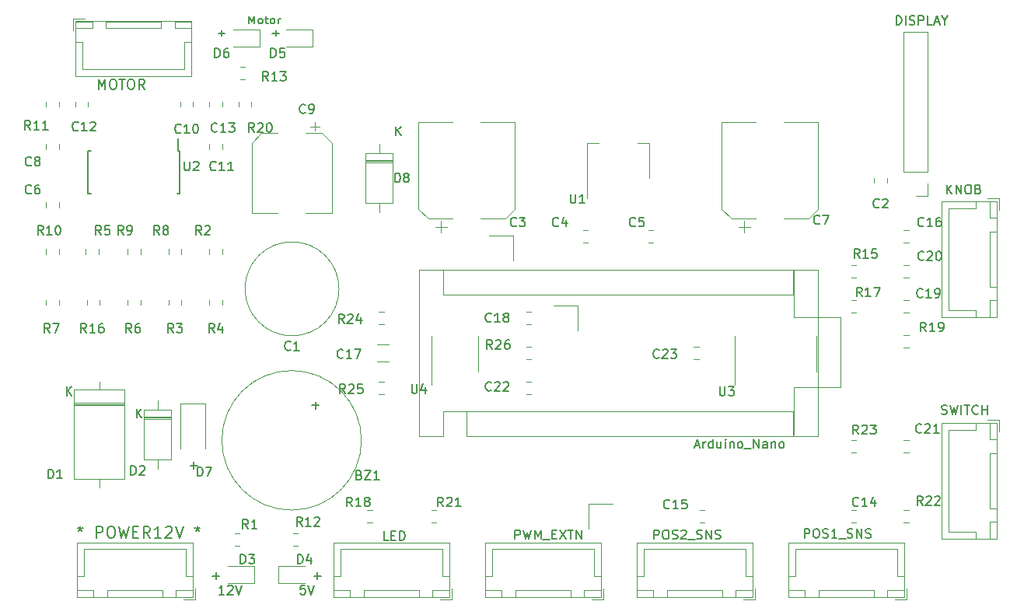
<source format=gbr>
G04 #@! TF.GenerationSoftware,KiCad,Pcbnew,5.1.5-52549c5~86~ubuntu18.04.1*
G04 #@! TF.CreationDate,2020-05-30T04:21:03+05:30*
G04 #@! TF.ProjectId,Resp2,52657370-322e-46b6-9963-61645f706362,rev?*
G04 #@! TF.SameCoordinates,Original*
G04 #@! TF.FileFunction,Legend,Top*
G04 #@! TF.FilePolarity,Positive*
%FSLAX46Y46*%
G04 Gerber Fmt 4.6, Leading zero omitted, Abs format (unit mm)*
G04 Created by KiCad (PCBNEW 5.1.5-52549c5~86~ubuntu18.04.1) date 2020-05-30 04:21:03*
%MOMM*%
%LPD*%
G04 APERTURE LIST*
%ADD10C,0.150000*%
%ADD11C,0.120000*%
%ADD12C,0.100000*%
%ADD13C,0.200000*%
G04 APERTURE END LIST*
D10*
X35306047Y-61793428D02*
X36067952Y-61793428D01*
X35687000Y-62174380D02*
X35687000Y-61412476D01*
X41720285Y-13656904D02*
X41720285Y-12856904D01*
X42020285Y-13428333D01*
X42320285Y-12856904D01*
X42320285Y-13656904D01*
X42877428Y-13656904D02*
X42791714Y-13618809D01*
X42748857Y-13580714D01*
X42706000Y-13504523D01*
X42706000Y-13275952D01*
X42748857Y-13199761D01*
X42791714Y-13161666D01*
X42877428Y-13123571D01*
X43006000Y-13123571D01*
X43091714Y-13161666D01*
X43134571Y-13199761D01*
X43177428Y-13275952D01*
X43177428Y-13504523D01*
X43134571Y-13580714D01*
X43091714Y-13618809D01*
X43006000Y-13656904D01*
X42877428Y-13656904D01*
X43434571Y-13123571D02*
X43777428Y-13123571D01*
X43563142Y-12856904D02*
X43563142Y-13542619D01*
X43606000Y-13618809D01*
X43691714Y-13656904D01*
X43777428Y-13656904D01*
X44206000Y-13656904D02*
X44120285Y-13618809D01*
X44077428Y-13580714D01*
X44034571Y-13504523D01*
X44034571Y-13275952D01*
X44077428Y-13199761D01*
X44120285Y-13161666D01*
X44206000Y-13123571D01*
X44334571Y-13123571D01*
X44420285Y-13161666D01*
X44463142Y-13199761D01*
X44506000Y-13275952D01*
X44506000Y-13504523D01*
X44463142Y-13580714D01*
X44420285Y-13618809D01*
X44334571Y-13656904D01*
X44206000Y-13656904D01*
X44891714Y-13656904D02*
X44891714Y-13123571D01*
X44891714Y-13275952D02*
X44934571Y-13199761D01*
X44977428Y-13161666D01*
X45063142Y-13123571D01*
X45148857Y-13123571D01*
X38356000Y-14702142D02*
X39041714Y-14702142D01*
X38698857Y-15006904D02*
X38698857Y-14397380D01*
X44270285Y-14702142D02*
X44956000Y-14702142D01*
X44613142Y-15006904D02*
X44613142Y-14397380D01*
X48767904Y-73795428D02*
X49529809Y-73795428D01*
X49148857Y-74176380D02*
X49148857Y-73414476D01*
X47815523Y-74826380D02*
X47339333Y-74826380D01*
X47291714Y-75302571D01*
X47339333Y-75254952D01*
X47434571Y-75207333D01*
X47672666Y-75207333D01*
X47767904Y-75254952D01*
X47815523Y-75302571D01*
X47863142Y-75397809D01*
X47863142Y-75635904D01*
X47815523Y-75731142D01*
X47767904Y-75778761D01*
X47672666Y-75826380D01*
X47434571Y-75826380D01*
X47339333Y-75778761D01*
X47291714Y-75731142D01*
X48148857Y-74826380D02*
X48482190Y-75826380D01*
X48815523Y-74826380D01*
X37719047Y-73795428D02*
X38480952Y-73795428D01*
X38100000Y-74176380D02*
X38100000Y-73414476D01*
X39004761Y-75826380D02*
X38433333Y-75826380D01*
X38719047Y-75826380D02*
X38719047Y-74826380D01*
X38623809Y-74969238D01*
X38528571Y-75064476D01*
X38433333Y-75112095D01*
X39385714Y-74921619D02*
X39433333Y-74874000D01*
X39528571Y-74826380D01*
X39766666Y-74826380D01*
X39861904Y-74874000D01*
X39909523Y-74921619D01*
X39957142Y-75016857D01*
X39957142Y-75112095D01*
X39909523Y-75254952D01*
X39338095Y-75826380D01*
X39957142Y-75826380D01*
X40242857Y-74826380D02*
X40576190Y-75826380D01*
X40909523Y-74826380D01*
D11*
X77470000Y-44390000D02*
X77470000Y-47050000D01*
X77470000Y-44390000D02*
X74870000Y-44390000D01*
X70485000Y-36770000D02*
X70485000Y-39430000D01*
X70485000Y-36770000D02*
X67885000Y-36770000D01*
X81280000Y-65980000D02*
X78680000Y-65980000D01*
X78680000Y-65980000D02*
X78680000Y-68640000D01*
X33220000Y-56480000D02*
X30280000Y-56480000D01*
X33220000Y-56720000D02*
X30280000Y-56720000D01*
X33220000Y-56600000D02*
X30280000Y-56600000D01*
X31750000Y-62160000D02*
X31750000Y-61140000D01*
X31750000Y-54680000D02*
X31750000Y-55700000D01*
X33220000Y-61140000D02*
X33220000Y-55700000D01*
X30280000Y-61140000D02*
X33220000Y-61140000D01*
X30280000Y-55700000D02*
X30280000Y-61140000D01*
X33220000Y-55700000D02*
X30280000Y-55700000D01*
X60195000Y-40510000D02*
X60195000Y-58550000D01*
X103635000Y-40510000D02*
X60195000Y-40510000D01*
X103635000Y-58550000D02*
X103635000Y-40510000D01*
X100965000Y-55880000D02*
X100965000Y-58550000D01*
X65405000Y-55880000D02*
X100965000Y-55880000D01*
X65405000Y-55880000D02*
X65405000Y-58550000D01*
X100965000Y-43180000D02*
X100965000Y-40510000D01*
X62865000Y-43180000D02*
X100965000Y-43180000D01*
X62865000Y-43180000D02*
X62865000Y-40510000D01*
X60195000Y-58550000D02*
X62865000Y-58550000D01*
X65405000Y-58550000D02*
X103635000Y-58550000D01*
X62865000Y-55880000D02*
X62865000Y-58550000D01*
X65405000Y-55880000D02*
X62865000Y-55880000D01*
D12*
X101035000Y-53240000D02*
X101035000Y-58430000D01*
X106145000Y-53240000D02*
X101035000Y-53240000D01*
X101035000Y-45620000D02*
X106145000Y-45620000D01*
X106135000Y-53240000D02*
X106135000Y-45620000D01*
X101035000Y-40450000D02*
X101035000Y-45620000D01*
D11*
X36920000Y-55000000D02*
X36920000Y-59980000D01*
X34200000Y-55000000D02*
X34200000Y-59980000D01*
X36920000Y-55000000D02*
X34200000Y-55000000D01*
X35580000Y-76120000D02*
X35580000Y-70150000D01*
X35580000Y-70150000D02*
X22960000Y-70150000D01*
X22960000Y-70150000D02*
X22960000Y-76120000D01*
X22960000Y-76120000D02*
X35580000Y-76120000D01*
X32270000Y-76110000D02*
X32270000Y-75360000D01*
X32270000Y-75360000D02*
X26270000Y-75360000D01*
X26270000Y-75360000D02*
X26270000Y-76110000D01*
X26270000Y-76110000D02*
X32270000Y-76110000D01*
X35570000Y-76110000D02*
X35570000Y-75360000D01*
X35570000Y-75360000D02*
X33770000Y-75360000D01*
X33770000Y-75360000D02*
X33770000Y-76110000D01*
X33770000Y-76110000D02*
X35570000Y-76110000D01*
X24770000Y-76110000D02*
X24770000Y-75360000D01*
X24770000Y-75360000D02*
X22970000Y-75360000D01*
X22970000Y-75360000D02*
X22970000Y-76110000D01*
X22970000Y-76110000D02*
X24770000Y-76110000D01*
X35570000Y-73860000D02*
X34820000Y-73860000D01*
X34820000Y-73860000D02*
X34820000Y-70910000D01*
X34820000Y-70910000D02*
X29270000Y-70910000D01*
X22970000Y-73860000D02*
X23720000Y-73860000D01*
X23720000Y-73860000D02*
X23720000Y-70910000D01*
X23720000Y-70910000D02*
X29270000Y-70910000D01*
X34620000Y-76410000D02*
X35870000Y-76410000D01*
X35870000Y-76410000D02*
X35870000Y-75160000D01*
X123400000Y-32710000D02*
X122150000Y-32710000D01*
X123400000Y-33960000D02*
X123400000Y-32710000D01*
X117900000Y-44860000D02*
X117900000Y-39310000D01*
X120850000Y-44860000D02*
X117900000Y-44860000D01*
X120850000Y-45610000D02*
X120850000Y-44860000D01*
X117900000Y-33760000D02*
X117900000Y-39310000D01*
X120850000Y-33760000D02*
X117900000Y-33760000D01*
X120850000Y-33010000D02*
X120850000Y-33760000D01*
X123100000Y-45610000D02*
X123100000Y-43810000D01*
X122350000Y-45610000D02*
X123100000Y-45610000D01*
X122350000Y-43810000D02*
X122350000Y-45610000D01*
X123100000Y-43810000D02*
X122350000Y-43810000D01*
X123100000Y-34810000D02*
X123100000Y-33010000D01*
X122350000Y-34810000D02*
X123100000Y-34810000D01*
X122350000Y-33010000D02*
X122350000Y-34810000D01*
X123100000Y-33010000D02*
X122350000Y-33010000D01*
X123100000Y-42310000D02*
X123100000Y-36310000D01*
X122350000Y-42310000D02*
X123100000Y-42310000D01*
X122350000Y-36310000D02*
X122350000Y-42310000D01*
X123100000Y-36310000D02*
X122350000Y-36310000D01*
X123110000Y-45620000D02*
X123110000Y-33000000D01*
X117140000Y-45620000D02*
X123110000Y-45620000D01*
X117140000Y-33000000D02*
X117140000Y-45620000D01*
X123110000Y-33000000D02*
X117140000Y-33000000D01*
D10*
X33960000Y-27520000D02*
X33960000Y-26145000D01*
X24184200Y-27520000D02*
X24184200Y-32170000D01*
X34185000Y-27520000D02*
X34185000Y-32170000D01*
X24184200Y-27520000D02*
X24509200Y-27520000D01*
X24184200Y-32170000D02*
X24509200Y-32170000D01*
X34185000Y-32170000D02*
X33860000Y-32170000D01*
X34185000Y-27520000D02*
X33960000Y-27520000D01*
D11*
X115630000Y-32445000D02*
X114300000Y-32445000D01*
X115630000Y-31115000D02*
X115630000Y-32445000D01*
X115630000Y-29845000D02*
X112970000Y-29845000D01*
X112970000Y-29845000D02*
X112970000Y-14545000D01*
X115630000Y-29845000D02*
X115630000Y-14545000D01*
X115630000Y-14545000D02*
X112970000Y-14545000D01*
X51515000Y-42545000D02*
G75*
G03X51515000Y-42545000I-5120000J0D01*
G01*
X29920000Y-38228748D02*
X29920000Y-38751252D01*
X28500000Y-38228748D02*
X28500000Y-38751252D01*
X38810000Y-22208748D02*
X38810000Y-22731252D01*
X37390000Y-22208748D02*
X37390000Y-22731252D01*
X22785000Y-22731252D02*
X22785000Y-22208748D01*
X24205000Y-22731252D02*
X24205000Y-22208748D01*
X38810000Y-26798748D02*
X38810000Y-27321252D01*
X37390000Y-26798748D02*
X37390000Y-27321252D01*
X34215000Y-22731252D02*
X34215000Y-22208748D01*
X35635000Y-22731252D02*
X35635000Y-22208748D01*
X21030000Y-26798748D02*
X21030000Y-27321252D01*
X19610000Y-26798748D02*
X19610000Y-27321252D01*
X19610000Y-33671252D02*
X19610000Y-33148748D01*
X21030000Y-33671252D02*
X21030000Y-33148748D01*
X85741252Y-37540000D02*
X85218748Y-37540000D01*
X85741252Y-36120000D02*
X85218748Y-36120000D01*
X78088748Y-36120000D02*
X78611252Y-36120000D01*
X78088748Y-37540000D02*
X78611252Y-37540000D01*
X111200000Y-30463748D02*
X111200000Y-30986252D01*
X109780000Y-30463748D02*
X109780000Y-30986252D01*
X113340000Y-76410000D02*
X113340000Y-75160000D01*
X112090000Y-76410000D02*
X113340000Y-76410000D01*
X101190000Y-70910000D02*
X106740000Y-70910000D01*
X101190000Y-73860000D02*
X101190000Y-70910000D01*
X100440000Y-73860000D02*
X101190000Y-73860000D01*
X112290000Y-70910000D02*
X106740000Y-70910000D01*
X112290000Y-73860000D02*
X112290000Y-70910000D01*
X113040000Y-73860000D02*
X112290000Y-73860000D01*
X100440000Y-76110000D02*
X102240000Y-76110000D01*
X100440000Y-75360000D02*
X100440000Y-76110000D01*
X102240000Y-75360000D02*
X100440000Y-75360000D01*
X102240000Y-76110000D02*
X102240000Y-75360000D01*
X111240000Y-76110000D02*
X113040000Y-76110000D01*
X111240000Y-75360000D02*
X111240000Y-76110000D01*
X113040000Y-75360000D02*
X111240000Y-75360000D01*
X113040000Y-76110000D02*
X113040000Y-75360000D01*
X103740000Y-76110000D02*
X109740000Y-76110000D01*
X103740000Y-75360000D02*
X103740000Y-76110000D01*
X109740000Y-75360000D02*
X103740000Y-75360000D01*
X109740000Y-76110000D02*
X109740000Y-75360000D01*
X100430000Y-76120000D02*
X113050000Y-76120000D01*
X100430000Y-70150000D02*
X100430000Y-76120000D01*
X113050000Y-70150000D02*
X100430000Y-70150000D01*
X113050000Y-76120000D02*
X113050000Y-70150000D01*
X63810000Y-76410000D02*
X63810000Y-75160000D01*
X62560000Y-76410000D02*
X63810000Y-76410000D01*
X51660000Y-70910000D02*
X57210000Y-70910000D01*
X51660000Y-73860000D02*
X51660000Y-70910000D01*
X50910000Y-73860000D02*
X51660000Y-73860000D01*
X62760000Y-70910000D02*
X57210000Y-70910000D01*
X62760000Y-73860000D02*
X62760000Y-70910000D01*
X63510000Y-73860000D02*
X62760000Y-73860000D01*
X50910000Y-76110000D02*
X52710000Y-76110000D01*
X50910000Y-75360000D02*
X50910000Y-76110000D01*
X52710000Y-75360000D02*
X50910000Y-75360000D01*
X52710000Y-76110000D02*
X52710000Y-75360000D01*
X61710000Y-76110000D02*
X63510000Y-76110000D01*
X61710000Y-75360000D02*
X61710000Y-76110000D01*
X63510000Y-75360000D02*
X61710000Y-75360000D01*
X63510000Y-76110000D02*
X63510000Y-75360000D01*
X54210000Y-76110000D02*
X60210000Y-76110000D01*
X54210000Y-75360000D02*
X54210000Y-76110000D01*
X60210000Y-75360000D02*
X54210000Y-75360000D01*
X60210000Y-76110000D02*
X60210000Y-75360000D01*
X50900000Y-76120000D02*
X63520000Y-76120000D01*
X50900000Y-70150000D02*
X50900000Y-76120000D01*
X63520000Y-70150000D02*
X50900000Y-70150000D01*
X63520000Y-76120000D02*
X63520000Y-70150000D01*
X96830000Y-76410000D02*
X96830000Y-75160000D01*
X95580000Y-76410000D02*
X96830000Y-76410000D01*
X84680000Y-70910000D02*
X90230000Y-70910000D01*
X84680000Y-73860000D02*
X84680000Y-70910000D01*
X83930000Y-73860000D02*
X84680000Y-73860000D01*
X95780000Y-70910000D02*
X90230000Y-70910000D01*
X95780000Y-73860000D02*
X95780000Y-70910000D01*
X96530000Y-73860000D02*
X95780000Y-73860000D01*
X83930000Y-76110000D02*
X85730000Y-76110000D01*
X83930000Y-75360000D02*
X83930000Y-76110000D01*
X85730000Y-75360000D02*
X83930000Y-75360000D01*
X85730000Y-76110000D02*
X85730000Y-75360000D01*
X94730000Y-76110000D02*
X96530000Y-76110000D01*
X94730000Y-75360000D02*
X94730000Y-76110000D01*
X96530000Y-75360000D02*
X94730000Y-75360000D01*
X96530000Y-76110000D02*
X96530000Y-75360000D01*
X87230000Y-76110000D02*
X93230000Y-76110000D01*
X87230000Y-75360000D02*
X87230000Y-76110000D01*
X93230000Y-75360000D02*
X87230000Y-75360000D01*
X93230000Y-76110000D02*
X93230000Y-75360000D01*
X83920000Y-76120000D02*
X96540000Y-76120000D01*
X83920000Y-70150000D02*
X83920000Y-76120000D01*
X96540000Y-70150000D02*
X83920000Y-70150000D01*
X96540000Y-76120000D02*
X96540000Y-70150000D01*
X22840000Y-13415000D02*
X22840000Y-19385000D01*
X22840000Y-19385000D02*
X35460000Y-19385000D01*
X35460000Y-19385000D02*
X35460000Y-13415000D01*
X35460000Y-13415000D02*
X22840000Y-13415000D01*
X26150000Y-13425000D02*
X26150000Y-14175000D01*
X26150000Y-14175000D02*
X32150000Y-14175000D01*
X32150000Y-14175000D02*
X32150000Y-13425000D01*
X32150000Y-13425000D02*
X26150000Y-13425000D01*
X22850000Y-13425000D02*
X22850000Y-14175000D01*
X22850000Y-14175000D02*
X24650000Y-14175000D01*
X24650000Y-14175000D02*
X24650000Y-13425000D01*
X24650000Y-13425000D02*
X22850000Y-13425000D01*
X33650000Y-13425000D02*
X33650000Y-14175000D01*
X33650000Y-14175000D02*
X35450000Y-14175000D01*
X35450000Y-14175000D02*
X35450000Y-13425000D01*
X35450000Y-13425000D02*
X33650000Y-13425000D01*
X22850000Y-15675000D02*
X23600000Y-15675000D01*
X23600000Y-15675000D02*
X23600000Y-18625000D01*
X23600000Y-18625000D02*
X29150000Y-18625000D01*
X35450000Y-15675000D02*
X34700000Y-15675000D01*
X34700000Y-15675000D02*
X34700000Y-18625000D01*
X34700000Y-18625000D02*
X29150000Y-18625000D01*
X23800000Y-13125000D02*
X22550000Y-13125000D01*
X22550000Y-13125000D02*
X22550000Y-14375000D01*
X80320000Y-76410000D02*
X80320000Y-75160000D01*
X79070000Y-76410000D02*
X80320000Y-76410000D01*
X68170000Y-70910000D02*
X73720000Y-70910000D01*
X68170000Y-73860000D02*
X68170000Y-70910000D01*
X67420000Y-73860000D02*
X68170000Y-73860000D01*
X79270000Y-70910000D02*
X73720000Y-70910000D01*
X79270000Y-73860000D02*
X79270000Y-70910000D01*
X80020000Y-73860000D02*
X79270000Y-73860000D01*
X67420000Y-76110000D02*
X69220000Y-76110000D01*
X67420000Y-75360000D02*
X67420000Y-76110000D01*
X69220000Y-75360000D02*
X67420000Y-75360000D01*
X69220000Y-76110000D02*
X69220000Y-75360000D01*
X78220000Y-76110000D02*
X80020000Y-76110000D01*
X78220000Y-75360000D02*
X78220000Y-76110000D01*
X80020000Y-75360000D02*
X78220000Y-75360000D01*
X80020000Y-76110000D02*
X80020000Y-75360000D01*
X70720000Y-76110000D02*
X76720000Y-76110000D01*
X70720000Y-75360000D02*
X70720000Y-76110000D01*
X76720000Y-75360000D02*
X70720000Y-75360000D01*
X76720000Y-76110000D02*
X76720000Y-75360000D01*
X67410000Y-76120000D02*
X80030000Y-76120000D01*
X67410000Y-70150000D02*
X67410000Y-76120000D01*
X80030000Y-70150000D02*
X67410000Y-70150000D01*
X80030000Y-76120000D02*
X80030000Y-70150000D01*
X123400000Y-56840000D02*
X122150000Y-56840000D01*
X123400000Y-58090000D02*
X123400000Y-56840000D01*
X117900000Y-68990000D02*
X117900000Y-63440000D01*
X120850000Y-68990000D02*
X117900000Y-68990000D01*
X120850000Y-69740000D02*
X120850000Y-68990000D01*
X117900000Y-57890000D02*
X117900000Y-63440000D01*
X120850000Y-57890000D02*
X117900000Y-57890000D01*
X120850000Y-57140000D02*
X120850000Y-57890000D01*
X123100000Y-69740000D02*
X123100000Y-67940000D01*
X122350000Y-69740000D02*
X123100000Y-69740000D01*
X122350000Y-67940000D02*
X122350000Y-69740000D01*
X123100000Y-67940000D02*
X122350000Y-67940000D01*
X123100000Y-58940000D02*
X123100000Y-57140000D01*
X122350000Y-58940000D02*
X123100000Y-58940000D01*
X122350000Y-57140000D02*
X122350000Y-58940000D01*
X123100000Y-57140000D02*
X122350000Y-57140000D01*
X123100000Y-66440000D02*
X123100000Y-60440000D01*
X122350000Y-66440000D02*
X123100000Y-66440000D01*
X122350000Y-60440000D02*
X122350000Y-66440000D01*
X123100000Y-60440000D02*
X122350000Y-60440000D01*
X123110000Y-69750000D02*
X123110000Y-57130000D01*
X117140000Y-69750000D02*
X123110000Y-69750000D01*
X117140000Y-57130000D02*
X117140000Y-69750000D01*
X123110000Y-57130000D02*
X117140000Y-57130000D01*
X55695436Y-50440000D02*
X56899564Y-50440000D01*
X55695436Y-48620000D02*
X56899564Y-48620000D01*
X61575000Y-49595000D02*
X61575000Y-53045000D01*
X61575000Y-49595000D02*
X61575000Y-47645000D01*
X66695000Y-49595000D02*
X66695000Y-51545000D01*
X66695000Y-49595000D02*
X66695000Y-47645000D01*
X103495000Y-49595000D02*
X103495000Y-47645000D01*
X103495000Y-49595000D02*
X103495000Y-51545000D01*
X94625000Y-49595000D02*
X94625000Y-47645000D01*
X94625000Y-49595000D02*
X94625000Y-53045000D01*
X85325000Y-26690000D02*
X84065000Y-26690000D01*
X78505000Y-26690000D02*
X79765000Y-26690000D01*
X85325000Y-30450000D02*
X85325000Y-26690000D01*
X78505000Y-32700000D02*
X78505000Y-26690000D01*
X72406252Y-48820000D02*
X71883748Y-48820000D01*
X72406252Y-50240000D02*
X71883748Y-50240000D01*
X55863748Y-54050000D02*
X56386252Y-54050000D01*
X55863748Y-52630000D02*
X56386252Y-52630000D01*
X56386252Y-45010000D02*
X55863748Y-45010000D01*
X56386252Y-46430000D02*
X55863748Y-46430000D01*
X107298748Y-60400000D02*
X107821252Y-60400000D01*
X107298748Y-58980000D02*
X107821252Y-58980000D01*
X113013748Y-66600000D02*
X113536252Y-66600000D01*
X113013748Y-68020000D02*
X113536252Y-68020000D01*
X61578748Y-66600000D02*
X62101252Y-66600000D01*
X61578748Y-68020000D02*
X62101252Y-68020000D01*
X41985000Y-22208748D02*
X41985000Y-22731252D01*
X40565000Y-22208748D02*
X40565000Y-22731252D01*
X113536252Y-47550000D02*
X113013748Y-47550000D01*
X113536252Y-48970000D02*
X113013748Y-48970000D01*
X54593748Y-66600000D02*
X55116252Y-66600000D01*
X54593748Y-68020000D02*
X55116252Y-68020000D01*
X107298748Y-45160000D02*
X107821252Y-45160000D01*
X107298748Y-43740000D02*
X107821252Y-43740000D01*
X24055000Y-44321252D02*
X24055000Y-43798748D01*
X25475000Y-44321252D02*
X25475000Y-43798748D01*
X107298748Y-39930000D02*
X107821252Y-39930000D01*
X107298748Y-41350000D02*
X107821252Y-41350000D01*
X40768748Y-18340000D02*
X41291252Y-18340000D01*
X40768748Y-19760000D02*
X41291252Y-19760000D01*
X47006252Y-70560000D02*
X46483748Y-70560000D01*
X47006252Y-69140000D02*
X46483748Y-69140000D01*
X19610000Y-22731252D02*
X19610000Y-22208748D01*
X21030000Y-22731252D02*
X21030000Y-22208748D01*
X21030000Y-38228748D02*
X21030000Y-38751252D01*
X19610000Y-38228748D02*
X19610000Y-38751252D01*
X34365000Y-38228748D02*
X34365000Y-38751252D01*
X32945000Y-38228748D02*
X32945000Y-38751252D01*
X21030000Y-43798748D02*
X21030000Y-44321252D01*
X19610000Y-43798748D02*
X19610000Y-44321252D01*
X29920000Y-43798748D02*
X29920000Y-44321252D01*
X28500000Y-43798748D02*
X28500000Y-44321252D01*
X25348000Y-38228748D02*
X25348000Y-38751252D01*
X23928000Y-38228748D02*
X23928000Y-38751252D01*
X38810000Y-43798748D02*
X38810000Y-44321252D01*
X37390000Y-43798748D02*
X37390000Y-44321252D01*
X34365000Y-43798748D02*
X34365000Y-44321252D01*
X32945000Y-43798748D02*
X32945000Y-44321252D01*
X38810000Y-38228748D02*
X38810000Y-38751252D01*
X37390000Y-38228748D02*
X37390000Y-38751252D01*
X40133748Y-69140000D02*
X40656252Y-69140000D01*
X40133748Y-70560000D02*
X40656252Y-70560000D01*
X40030000Y-16200000D02*
X42890000Y-16200000D01*
X42890000Y-16200000D02*
X42890000Y-14280000D01*
X42890000Y-14280000D02*
X40030000Y-14280000D01*
X48605000Y-14280000D02*
X45745000Y-14280000D01*
X48605000Y-16200000D02*
X48605000Y-14280000D01*
X45745000Y-16200000D02*
X48605000Y-16200000D01*
X47745000Y-72700000D02*
X44885000Y-72700000D01*
X44885000Y-72700000D02*
X44885000Y-74620000D01*
X44885000Y-74620000D02*
X47745000Y-74620000D01*
X39395000Y-74620000D02*
X42255000Y-74620000D01*
X42255000Y-74620000D02*
X42255000Y-72700000D01*
X42255000Y-72700000D02*
X39395000Y-72700000D01*
X57350000Y-27760000D02*
X54410000Y-27760000D01*
X54410000Y-27760000D02*
X54410000Y-33200000D01*
X54410000Y-33200000D02*
X57350000Y-33200000D01*
X57350000Y-33200000D02*
X57350000Y-27760000D01*
X55880000Y-26740000D02*
X55880000Y-27760000D01*
X55880000Y-34220000D02*
X55880000Y-33200000D01*
X57350000Y-28660000D02*
X54410000Y-28660000D01*
X57350000Y-28780000D02*
X54410000Y-28780000D01*
X57350000Y-28540000D02*
X54410000Y-28540000D01*
X28120000Y-53550000D02*
X22680000Y-53550000D01*
X22680000Y-53550000D02*
X22680000Y-63290000D01*
X22680000Y-63290000D02*
X28120000Y-63290000D01*
X28120000Y-63290000D02*
X28120000Y-53550000D01*
X25400000Y-52640000D02*
X25400000Y-53550000D01*
X25400000Y-64200000D02*
X25400000Y-63290000D01*
X28120000Y-55095000D02*
X22680000Y-55095000D01*
X28120000Y-55215000D02*
X22680000Y-55215000D01*
X28120000Y-54975000D02*
X22680000Y-54975000D01*
X90676252Y-48820000D02*
X90153748Y-48820000D01*
X90676252Y-50240000D02*
X90153748Y-50240000D01*
X71883748Y-54050000D02*
X72406252Y-54050000D01*
X71883748Y-52630000D02*
X72406252Y-52630000D01*
X113013748Y-60400000D02*
X113536252Y-60400000D01*
X113013748Y-58980000D02*
X113536252Y-58980000D01*
X113013748Y-41350000D02*
X113536252Y-41350000D01*
X113013748Y-39930000D02*
X113536252Y-39930000D01*
X113013748Y-45160000D02*
X113536252Y-45160000D01*
X113013748Y-43740000D02*
X113536252Y-43740000D01*
X71883748Y-46430000D02*
X72406252Y-46430000D01*
X71883748Y-45010000D02*
X72406252Y-45010000D01*
X113013748Y-36120000D02*
X113536252Y-36120000D01*
X113013748Y-37540000D02*
X113536252Y-37540000D01*
X90788748Y-66600000D02*
X91311252Y-66600000D01*
X90788748Y-68020000D02*
X91311252Y-68020000D01*
X107298748Y-68020000D02*
X107821252Y-68020000D01*
X107298748Y-66600000D02*
X107821252Y-66600000D01*
X41995000Y-34315000D02*
X44845000Y-34315000D01*
X50715000Y-34315000D02*
X47865000Y-34315000D01*
X50715000Y-26659437D02*
X50715000Y-34315000D01*
X41995000Y-26659437D02*
X41995000Y-34315000D01*
X43059437Y-25595000D02*
X44845000Y-25595000D01*
X49650563Y-25595000D02*
X47865000Y-25595000D01*
X49650563Y-25595000D02*
X50715000Y-26659437D01*
X43059437Y-25595000D02*
X41995000Y-26659437D01*
X48865000Y-24355000D02*
X48865000Y-25355000D01*
X49365000Y-24855000D02*
X48365000Y-24855000D01*
X103685000Y-24395000D02*
X99935000Y-24395000D01*
X93165000Y-24395000D02*
X96915000Y-24395000D01*
X93165000Y-33850563D02*
X93165000Y-24395000D01*
X103685000Y-33850563D02*
X103685000Y-24395000D01*
X102620563Y-34915000D02*
X99935000Y-34915000D01*
X94229437Y-34915000D02*
X96915000Y-34915000D01*
X94229437Y-34915000D02*
X93165000Y-33850563D01*
X102620563Y-34915000D02*
X103685000Y-33850563D01*
X95665000Y-36405000D02*
X95665000Y-35155000D01*
X95040000Y-35780000D02*
X96290000Y-35780000D01*
X70665000Y-24395000D02*
X66915000Y-24395000D01*
X60145000Y-24395000D02*
X63895000Y-24395000D01*
X60145000Y-33850563D02*
X60145000Y-24395000D01*
X70665000Y-33850563D02*
X70665000Y-24395000D01*
X69600563Y-34915000D02*
X66915000Y-34915000D01*
X61209437Y-34915000D02*
X63895000Y-34915000D01*
X61209437Y-34915000D02*
X60145000Y-33850563D01*
X69600563Y-34915000D02*
X70665000Y-33850563D01*
X62645000Y-36405000D02*
X62645000Y-35155000D01*
X62020000Y-35780000D02*
X63270000Y-35780000D01*
X53955000Y-59045000D02*
G75*
G03X53955000Y-59045000I-7600000J0D01*
G01*
D10*
X28852904Y-62809380D02*
X28852904Y-61809380D01*
X29091000Y-61809380D01*
X29233857Y-61857000D01*
X29329095Y-61952238D01*
X29376714Y-62047476D01*
X29424333Y-62237952D01*
X29424333Y-62380809D01*
X29376714Y-62571285D01*
X29329095Y-62666523D01*
X29233857Y-62761761D01*
X29091000Y-62809380D01*
X28852904Y-62809380D01*
X29805285Y-61904619D02*
X29852904Y-61857000D01*
X29948142Y-61809380D01*
X30186238Y-61809380D01*
X30281476Y-61857000D01*
X30329095Y-61904619D01*
X30376714Y-61999857D01*
X30376714Y-62095095D01*
X30329095Y-62237952D01*
X29757666Y-62809380D01*
X30376714Y-62809380D01*
X29456095Y-56586380D02*
X29456095Y-55586380D01*
X30027523Y-56586380D02*
X29598952Y-56014952D01*
X30027523Y-55586380D02*
X29456095Y-56157809D01*
X90265857Y-59602666D02*
X90742047Y-59602666D01*
X90170619Y-59888380D02*
X90503952Y-58888380D01*
X90837285Y-59888380D01*
X91170619Y-59888380D02*
X91170619Y-59221714D01*
X91170619Y-59412190D02*
X91218238Y-59316952D01*
X91265857Y-59269333D01*
X91361095Y-59221714D01*
X91456333Y-59221714D01*
X92218238Y-59888380D02*
X92218238Y-58888380D01*
X92218238Y-59840761D02*
X92123000Y-59888380D01*
X91932523Y-59888380D01*
X91837285Y-59840761D01*
X91789666Y-59793142D01*
X91742047Y-59697904D01*
X91742047Y-59412190D01*
X91789666Y-59316952D01*
X91837285Y-59269333D01*
X91932523Y-59221714D01*
X92123000Y-59221714D01*
X92218238Y-59269333D01*
X93123000Y-59221714D02*
X93123000Y-59888380D01*
X92694428Y-59221714D02*
X92694428Y-59745523D01*
X92742047Y-59840761D01*
X92837285Y-59888380D01*
X92980142Y-59888380D01*
X93075380Y-59840761D01*
X93123000Y-59793142D01*
X93599190Y-59888380D02*
X93599190Y-59221714D01*
X93599190Y-58888380D02*
X93551571Y-58936000D01*
X93599190Y-58983619D01*
X93646809Y-58936000D01*
X93599190Y-58888380D01*
X93599190Y-58983619D01*
X94075380Y-59221714D02*
X94075380Y-59888380D01*
X94075380Y-59316952D02*
X94123000Y-59269333D01*
X94218238Y-59221714D01*
X94361095Y-59221714D01*
X94456333Y-59269333D01*
X94503952Y-59364571D01*
X94503952Y-59888380D01*
X95123000Y-59888380D02*
X95027761Y-59840761D01*
X94980142Y-59793142D01*
X94932523Y-59697904D01*
X94932523Y-59412190D01*
X94980142Y-59316952D01*
X95027761Y-59269333D01*
X95123000Y-59221714D01*
X95265857Y-59221714D01*
X95361095Y-59269333D01*
X95408714Y-59316952D01*
X95456333Y-59412190D01*
X95456333Y-59697904D01*
X95408714Y-59793142D01*
X95361095Y-59840761D01*
X95265857Y-59888380D01*
X95123000Y-59888380D01*
X95646809Y-59983619D02*
X96408714Y-59983619D01*
X96646809Y-59888380D02*
X96646809Y-58888380D01*
X97218238Y-59888380D01*
X97218238Y-58888380D01*
X98123000Y-59888380D02*
X98123000Y-59364571D01*
X98075380Y-59269333D01*
X97980142Y-59221714D01*
X97789666Y-59221714D01*
X97694428Y-59269333D01*
X98123000Y-59840761D02*
X98027761Y-59888380D01*
X97789666Y-59888380D01*
X97694428Y-59840761D01*
X97646809Y-59745523D01*
X97646809Y-59650285D01*
X97694428Y-59555047D01*
X97789666Y-59507428D01*
X98027761Y-59507428D01*
X98123000Y-59459809D01*
X98599190Y-59221714D02*
X98599190Y-59888380D01*
X98599190Y-59316952D02*
X98646809Y-59269333D01*
X98742047Y-59221714D01*
X98884904Y-59221714D01*
X98980142Y-59269333D01*
X99027761Y-59364571D01*
X99027761Y-59888380D01*
X99646809Y-59888380D02*
X99551571Y-59840761D01*
X99503952Y-59793142D01*
X99456333Y-59697904D01*
X99456333Y-59412190D01*
X99503952Y-59316952D01*
X99551571Y-59269333D01*
X99646809Y-59221714D01*
X99789666Y-59221714D01*
X99884904Y-59269333D01*
X99932523Y-59316952D01*
X99980142Y-59412190D01*
X99980142Y-59697904D01*
X99932523Y-59793142D01*
X99884904Y-59840761D01*
X99789666Y-59888380D01*
X99646809Y-59888380D01*
X36091904Y-62936380D02*
X36091904Y-61936380D01*
X36330000Y-61936380D01*
X36472857Y-61984000D01*
X36568095Y-62079238D01*
X36615714Y-62174476D01*
X36663333Y-62364952D01*
X36663333Y-62507809D01*
X36615714Y-62698285D01*
X36568095Y-62793523D01*
X36472857Y-62888761D01*
X36330000Y-62936380D01*
X36091904Y-62936380D01*
X36996666Y-61936380D02*
X37663333Y-61936380D01*
X37234761Y-62936380D01*
X23337818Y-68399060D02*
X23337818Y-68698599D01*
X23038279Y-68578783D02*
X23337818Y-68698599D01*
X23637357Y-68578783D01*
X23158094Y-68938230D02*
X23337818Y-68698599D01*
X23517541Y-68938230D01*
X25075144Y-69657124D02*
X25075144Y-68399060D01*
X25554407Y-68399060D01*
X25674222Y-68458968D01*
X25734130Y-68518875D01*
X25794038Y-68638691D01*
X25794038Y-68818414D01*
X25734130Y-68938230D01*
X25674222Y-68998138D01*
X25554407Y-69058046D01*
X25075144Y-69058046D01*
X26572840Y-68399060D02*
X26812471Y-68399060D01*
X26932286Y-68458968D01*
X27052102Y-68578783D01*
X27112010Y-68818414D01*
X27112010Y-69237769D01*
X27052102Y-69477400D01*
X26932286Y-69597216D01*
X26812471Y-69657124D01*
X26572840Y-69657124D01*
X26453024Y-69597216D01*
X26333208Y-69477400D01*
X26273300Y-69237769D01*
X26273300Y-68818414D01*
X26333208Y-68578783D01*
X26453024Y-68458968D01*
X26572840Y-68399060D01*
X27531364Y-68399060D02*
X27830904Y-69657124D01*
X28070535Y-68758507D01*
X28310166Y-69657124D01*
X28609705Y-68399060D01*
X29088968Y-68998138D02*
X29508322Y-68998138D01*
X29688046Y-69657124D02*
X29088968Y-69657124D01*
X29088968Y-68399060D01*
X29688046Y-68399060D01*
X30946110Y-69657124D02*
X30526755Y-69058046D01*
X30227216Y-69657124D02*
X30227216Y-68399060D01*
X30706478Y-68399060D01*
X30826294Y-68458968D01*
X30886202Y-68518875D01*
X30946110Y-68638691D01*
X30946110Y-68818414D01*
X30886202Y-68938230D01*
X30826294Y-68998138D01*
X30706478Y-69058046D01*
X30227216Y-69058046D01*
X32144266Y-69657124D02*
X31425372Y-69657124D01*
X31784819Y-69657124D02*
X31784819Y-68399060D01*
X31665003Y-68578783D01*
X31545188Y-68698599D01*
X31425372Y-68758507D01*
X32623528Y-68518875D02*
X32683436Y-68458968D01*
X32803252Y-68399060D01*
X33102791Y-68399060D01*
X33222606Y-68458968D01*
X33282514Y-68518875D01*
X33342422Y-68638691D01*
X33342422Y-68758507D01*
X33282514Y-68938230D01*
X32563620Y-69657124D01*
X33342422Y-69657124D01*
X33701869Y-68399060D02*
X34121224Y-69657124D01*
X34540578Y-68399060D01*
X36098181Y-68399060D02*
X36098181Y-68698599D01*
X35798642Y-68578783D02*
X36098181Y-68698599D01*
X36397720Y-68578783D01*
X35918458Y-68938230D02*
X36098181Y-68698599D01*
X36277905Y-68938230D01*
X117697476Y-32202380D02*
X117697476Y-31202380D01*
X118268904Y-32202380D02*
X117840333Y-31630952D01*
X118268904Y-31202380D02*
X117697476Y-31773809D01*
X118697476Y-32202380D02*
X118697476Y-31202380D01*
X119268904Y-32202380D01*
X119268904Y-31202380D01*
X119935571Y-31202380D02*
X120126047Y-31202380D01*
X120221285Y-31250000D01*
X120316523Y-31345238D01*
X120364142Y-31535714D01*
X120364142Y-31869047D01*
X120316523Y-32059523D01*
X120221285Y-32154761D01*
X120126047Y-32202380D01*
X119935571Y-32202380D01*
X119840333Y-32154761D01*
X119745095Y-32059523D01*
X119697476Y-31869047D01*
X119697476Y-31535714D01*
X119745095Y-31345238D01*
X119840333Y-31250000D01*
X119935571Y-31202380D01*
X121126047Y-31678571D02*
X121268904Y-31726190D01*
X121316523Y-31773809D01*
X121364142Y-31869047D01*
X121364142Y-32011904D01*
X121316523Y-32107142D01*
X121268904Y-32154761D01*
X121173666Y-32202380D01*
X120792714Y-32202380D01*
X120792714Y-31202380D01*
X121126047Y-31202380D01*
X121221285Y-31250000D01*
X121268904Y-31297619D01*
X121316523Y-31392857D01*
X121316523Y-31488095D01*
X121268904Y-31583333D01*
X121221285Y-31630952D01*
X121126047Y-31678571D01*
X120792714Y-31678571D01*
X34671095Y-28662380D02*
X34671095Y-29471904D01*
X34718714Y-29567142D01*
X34766333Y-29614761D01*
X34861571Y-29662380D01*
X35052047Y-29662380D01*
X35147285Y-29614761D01*
X35194904Y-29567142D01*
X35242523Y-29471904D01*
X35242523Y-28662380D01*
X35671095Y-28757619D02*
X35718714Y-28710000D01*
X35813952Y-28662380D01*
X36052047Y-28662380D01*
X36147285Y-28710000D01*
X36194904Y-28757619D01*
X36242523Y-28852857D01*
X36242523Y-28948095D01*
X36194904Y-29090952D01*
X35623476Y-29662380D01*
X36242523Y-29662380D01*
X112196904Y-13787380D02*
X112196904Y-12787380D01*
X112435000Y-12787380D01*
X112577857Y-12835000D01*
X112673095Y-12930238D01*
X112720714Y-13025476D01*
X112768333Y-13215952D01*
X112768333Y-13358809D01*
X112720714Y-13549285D01*
X112673095Y-13644523D01*
X112577857Y-13739761D01*
X112435000Y-13787380D01*
X112196904Y-13787380D01*
X113196904Y-13787380D02*
X113196904Y-12787380D01*
X113625476Y-13739761D02*
X113768333Y-13787380D01*
X114006428Y-13787380D01*
X114101666Y-13739761D01*
X114149285Y-13692142D01*
X114196904Y-13596904D01*
X114196904Y-13501666D01*
X114149285Y-13406428D01*
X114101666Y-13358809D01*
X114006428Y-13311190D01*
X113815952Y-13263571D01*
X113720714Y-13215952D01*
X113673095Y-13168333D01*
X113625476Y-13073095D01*
X113625476Y-12977857D01*
X113673095Y-12882619D01*
X113720714Y-12835000D01*
X113815952Y-12787380D01*
X114054047Y-12787380D01*
X114196904Y-12835000D01*
X114625476Y-13787380D02*
X114625476Y-12787380D01*
X115006428Y-12787380D01*
X115101666Y-12835000D01*
X115149285Y-12882619D01*
X115196904Y-12977857D01*
X115196904Y-13120714D01*
X115149285Y-13215952D01*
X115101666Y-13263571D01*
X115006428Y-13311190D01*
X114625476Y-13311190D01*
X116101666Y-13787380D02*
X115625476Y-13787380D01*
X115625476Y-12787380D01*
X116387380Y-13501666D02*
X116863571Y-13501666D01*
X116292142Y-13787380D02*
X116625476Y-12787380D01*
X116958809Y-13787380D01*
X117482619Y-13311190D02*
X117482619Y-13787380D01*
X117149285Y-12787380D02*
X117482619Y-13311190D01*
X117815952Y-12787380D01*
X46228333Y-49152142D02*
X46180714Y-49199761D01*
X46037857Y-49247380D01*
X45942619Y-49247380D01*
X45799761Y-49199761D01*
X45704523Y-49104523D01*
X45656904Y-49009285D01*
X45609285Y-48818809D01*
X45609285Y-48675952D01*
X45656904Y-48485476D01*
X45704523Y-48390238D01*
X45799761Y-48295000D01*
X45942619Y-48247380D01*
X46037857Y-48247380D01*
X46180714Y-48295000D01*
X46228333Y-48342619D01*
X47180714Y-49247380D02*
X46609285Y-49247380D01*
X46895000Y-49247380D02*
X46895000Y-48247380D01*
X46799761Y-48390238D01*
X46704523Y-48485476D01*
X46609285Y-48533095D01*
X28027333Y-36647380D02*
X27694000Y-36171190D01*
X27455904Y-36647380D02*
X27455904Y-35647380D01*
X27836857Y-35647380D01*
X27932095Y-35695000D01*
X27979714Y-35742619D01*
X28027333Y-35837857D01*
X28027333Y-35980714D01*
X27979714Y-36075952D01*
X27932095Y-36123571D01*
X27836857Y-36171190D01*
X27455904Y-36171190D01*
X28503523Y-36647380D02*
X28694000Y-36647380D01*
X28789238Y-36599761D01*
X28836857Y-36552142D01*
X28932095Y-36409285D01*
X28979714Y-36218809D01*
X28979714Y-35837857D01*
X28932095Y-35742619D01*
X28884476Y-35695000D01*
X28789238Y-35647380D01*
X28598761Y-35647380D01*
X28503523Y-35695000D01*
X28455904Y-35742619D01*
X28408285Y-35837857D01*
X28408285Y-36075952D01*
X28455904Y-36171190D01*
X28503523Y-36218809D01*
X28598761Y-36266428D01*
X28789238Y-36266428D01*
X28884476Y-36218809D01*
X28932095Y-36171190D01*
X28979714Y-36075952D01*
X38219142Y-25376142D02*
X38171523Y-25423761D01*
X38028666Y-25471380D01*
X37933428Y-25471380D01*
X37790571Y-25423761D01*
X37695333Y-25328523D01*
X37647714Y-25233285D01*
X37600095Y-25042809D01*
X37600095Y-24899952D01*
X37647714Y-24709476D01*
X37695333Y-24614238D01*
X37790571Y-24519000D01*
X37933428Y-24471380D01*
X38028666Y-24471380D01*
X38171523Y-24519000D01*
X38219142Y-24566619D01*
X39171523Y-25471380D02*
X38600095Y-25471380D01*
X38885809Y-25471380D02*
X38885809Y-24471380D01*
X38790571Y-24614238D01*
X38695333Y-24709476D01*
X38600095Y-24757095D01*
X39504857Y-24471380D02*
X40123904Y-24471380D01*
X39790571Y-24852333D01*
X39933428Y-24852333D01*
X40028666Y-24899952D01*
X40076285Y-24947571D01*
X40123904Y-25042809D01*
X40123904Y-25280904D01*
X40076285Y-25376142D01*
X40028666Y-25423761D01*
X39933428Y-25471380D01*
X39647714Y-25471380D01*
X39552476Y-25423761D01*
X39504857Y-25376142D01*
X23106142Y-25249142D02*
X23058523Y-25296761D01*
X22915666Y-25344380D01*
X22820428Y-25344380D01*
X22677571Y-25296761D01*
X22582333Y-25201523D01*
X22534714Y-25106285D01*
X22487095Y-24915809D01*
X22487095Y-24772952D01*
X22534714Y-24582476D01*
X22582333Y-24487238D01*
X22677571Y-24392000D01*
X22820428Y-24344380D01*
X22915666Y-24344380D01*
X23058523Y-24392000D01*
X23106142Y-24439619D01*
X24058523Y-25344380D02*
X23487095Y-25344380D01*
X23772809Y-25344380D02*
X23772809Y-24344380D01*
X23677571Y-24487238D01*
X23582333Y-24582476D01*
X23487095Y-24630095D01*
X24439476Y-24439619D02*
X24487095Y-24392000D01*
X24582333Y-24344380D01*
X24820428Y-24344380D01*
X24915666Y-24392000D01*
X24963285Y-24439619D01*
X25010904Y-24534857D01*
X25010904Y-24630095D01*
X24963285Y-24772952D01*
X24391857Y-25344380D01*
X25010904Y-25344380D01*
X38092142Y-29567142D02*
X38044523Y-29614761D01*
X37901666Y-29662380D01*
X37806428Y-29662380D01*
X37663571Y-29614761D01*
X37568333Y-29519523D01*
X37520714Y-29424285D01*
X37473095Y-29233809D01*
X37473095Y-29090952D01*
X37520714Y-28900476D01*
X37568333Y-28805238D01*
X37663571Y-28710000D01*
X37806428Y-28662380D01*
X37901666Y-28662380D01*
X38044523Y-28710000D01*
X38092142Y-28757619D01*
X39044523Y-29662380D02*
X38473095Y-29662380D01*
X38758809Y-29662380D02*
X38758809Y-28662380D01*
X38663571Y-28805238D01*
X38568333Y-28900476D01*
X38473095Y-28948095D01*
X39996904Y-29662380D02*
X39425476Y-29662380D01*
X39711190Y-29662380D02*
X39711190Y-28662380D01*
X39615952Y-28805238D01*
X39520714Y-28900476D01*
X39425476Y-28948095D01*
X34282142Y-25503142D02*
X34234523Y-25550761D01*
X34091666Y-25598380D01*
X33996428Y-25598380D01*
X33853571Y-25550761D01*
X33758333Y-25455523D01*
X33710714Y-25360285D01*
X33663095Y-25169809D01*
X33663095Y-25026952D01*
X33710714Y-24836476D01*
X33758333Y-24741238D01*
X33853571Y-24646000D01*
X33996428Y-24598380D01*
X34091666Y-24598380D01*
X34234523Y-24646000D01*
X34282142Y-24693619D01*
X35234523Y-25598380D02*
X34663095Y-25598380D01*
X34948809Y-25598380D02*
X34948809Y-24598380D01*
X34853571Y-24741238D01*
X34758333Y-24836476D01*
X34663095Y-24884095D01*
X35853571Y-24598380D02*
X35948809Y-24598380D01*
X36044047Y-24646000D01*
X36091666Y-24693619D01*
X36139285Y-24788857D01*
X36186904Y-24979333D01*
X36186904Y-25217428D01*
X36139285Y-25407904D01*
X36091666Y-25503142D01*
X36044047Y-25550761D01*
X35948809Y-25598380D01*
X35853571Y-25598380D01*
X35758333Y-25550761D01*
X35710714Y-25503142D01*
X35663095Y-25407904D01*
X35615476Y-25217428D01*
X35615476Y-24979333D01*
X35663095Y-24788857D01*
X35710714Y-24693619D01*
X35758333Y-24646000D01*
X35853571Y-24598380D01*
X17994333Y-29059142D02*
X17946714Y-29106761D01*
X17803857Y-29154380D01*
X17708619Y-29154380D01*
X17565761Y-29106761D01*
X17470523Y-29011523D01*
X17422904Y-28916285D01*
X17375285Y-28725809D01*
X17375285Y-28582952D01*
X17422904Y-28392476D01*
X17470523Y-28297238D01*
X17565761Y-28202000D01*
X17708619Y-28154380D01*
X17803857Y-28154380D01*
X17946714Y-28202000D01*
X17994333Y-28249619D01*
X18565761Y-28582952D02*
X18470523Y-28535333D01*
X18422904Y-28487714D01*
X18375285Y-28392476D01*
X18375285Y-28344857D01*
X18422904Y-28249619D01*
X18470523Y-28202000D01*
X18565761Y-28154380D01*
X18756238Y-28154380D01*
X18851476Y-28202000D01*
X18899095Y-28249619D01*
X18946714Y-28344857D01*
X18946714Y-28392476D01*
X18899095Y-28487714D01*
X18851476Y-28535333D01*
X18756238Y-28582952D01*
X18565761Y-28582952D01*
X18470523Y-28630571D01*
X18422904Y-28678190D01*
X18375285Y-28773428D01*
X18375285Y-28963904D01*
X18422904Y-29059142D01*
X18470523Y-29106761D01*
X18565761Y-29154380D01*
X18756238Y-29154380D01*
X18851476Y-29106761D01*
X18899095Y-29059142D01*
X18946714Y-28963904D01*
X18946714Y-28773428D01*
X18899095Y-28678190D01*
X18851476Y-28630571D01*
X18756238Y-28582952D01*
X17994333Y-32107142D02*
X17946714Y-32154761D01*
X17803857Y-32202380D01*
X17708619Y-32202380D01*
X17565761Y-32154761D01*
X17470523Y-32059523D01*
X17422904Y-31964285D01*
X17375285Y-31773809D01*
X17375285Y-31630952D01*
X17422904Y-31440476D01*
X17470523Y-31345238D01*
X17565761Y-31250000D01*
X17708619Y-31202380D01*
X17803857Y-31202380D01*
X17946714Y-31250000D01*
X17994333Y-31297619D01*
X18851476Y-31202380D02*
X18661000Y-31202380D01*
X18565761Y-31250000D01*
X18518142Y-31297619D01*
X18422904Y-31440476D01*
X18375285Y-31630952D01*
X18375285Y-32011904D01*
X18422904Y-32107142D01*
X18470523Y-32154761D01*
X18565761Y-32202380D01*
X18756238Y-32202380D01*
X18851476Y-32154761D01*
X18899095Y-32107142D01*
X18946714Y-32011904D01*
X18946714Y-31773809D01*
X18899095Y-31678571D01*
X18851476Y-31630952D01*
X18756238Y-31583333D01*
X18565761Y-31583333D01*
X18470523Y-31630952D01*
X18422904Y-31678571D01*
X18375285Y-31773809D01*
X83780333Y-35663142D02*
X83732714Y-35710761D01*
X83589857Y-35758380D01*
X83494619Y-35758380D01*
X83351761Y-35710761D01*
X83256523Y-35615523D01*
X83208904Y-35520285D01*
X83161285Y-35329809D01*
X83161285Y-35186952D01*
X83208904Y-34996476D01*
X83256523Y-34901238D01*
X83351761Y-34806000D01*
X83494619Y-34758380D01*
X83589857Y-34758380D01*
X83732714Y-34806000D01*
X83780333Y-34853619D01*
X84685095Y-34758380D02*
X84208904Y-34758380D01*
X84161285Y-35234571D01*
X84208904Y-35186952D01*
X84304142Y-35139333D01*
X84542238Y-35139333D01*
X84637476Y-35186952D01*
X84685095Y-35234571D01*
X84732714Y-35329809D01*
X84732714Y-35567904D01*
X84685095Y-35663142D01*
X84637476Y-35710761D01*
X84542238Y-35758380D01*
X84304142Y-35758380D01*
X84208904Y-35710761D01*
X84161285Y-35663142D01*
X75398333Y-35663142D02*
X75350714Y-35710761D01*
X75207857Y-35758380D01*
X75112619Y-35758380D01*
X74969761Y-35710761D01*
X74874523Y-35615523D01*
X74826904Y-35520285D01*
X74779285Y-35329809D01*
X74779285Y-35186952D01*
X74826904Y-34996476D01*
X74874523Y-34901238D01*
X74969761Y-34806000D01*
X75112619Y-34758380D01*
X75207857Y-34758380D01*
X75350714Y-34806000D01*
X75398333Y-34853619D01*
X76255476Y-35091714D02*
X76255476Y-35758380D01*
X76017380Y-34710761D02*
X75779285Y-35425047D01*
X76398333Y-35425047D01*
X110323333Y-33631142D02*
X110275714Y-33678761D01*
X110132857Y-33726380D01*
X110037619Y-33726380D01*
X109894761Y-33678761D01*
X109799523Y-33583523D01*
X109751904Y-33488285D01*
X109704285Y-33297809D01*
X109704285Y-33154952D01*
X109751904Y-32964476D01*
X109799523Y-32869238D01*
X109894761Y-32774000D01*
X110037619Y-32726380D01*
X110132857Y-32726380D01*
X110275714Y-32774000D01*
X110323333Y-32821619D01*
X110704285Y-32821619D02*
X110751904Y-32774000D01*
X110847142Y-32726380D01*
X111085238Y-32726380D01*
X111180476Y-32774000D01*
X111228095Y-32821619D01*
X111275714Y-32916857D01*
X111275714Y-33012095D01*
X111228095Y-33154952D01*
X110656666Y-33726380D01*
X111275714Y-33726380D01*
X102195761Y-69667380D02*
X102195761Y-68667380D01*
X102576714Y-68667380D01*
X102671952Y-68715000D01*
X102719571Y-68762619D01*
X102767190Y-68857857D01*
X102767190Y-69000714D01*
X102719571Y-69095952D01*
X102671952Y-69143571D01*
X102576714Y-69191190D01*
X102195761Y-69191190D01*
X103386238Y-68667380D02*
X103576714Y-68667380D01*
X103671952Y-68715000D01*
X103767190Y-68810238D01*
X103814809Y-69000714D01*
X103814809Y-69334047D01*
X103767190Y-69524523D01*
X103671952Y-69619761D01*
X103576714Y-69667380D01*
X103386238Y-69667380D01*
X103291000Y-69619761D01*
X103195761Y-69524523D01*
X103148142Y-69334047D01*
X103148142Y-69000714D01*
X103195761Y-68810238D01*
X103291000Y-68715000D01*
X103386238Y-68667380D01*
X104195761Y-69619761D02*
X104338619Y-69667380D01*
X104576714Y-69667380D01*
X104671952Y-69619761D01*
X104719571Y-69572142D01*
X104767190Y-69476904D01*
X104767190Y-69381666D01*
X104719571Y-69286428D01*
X104671952Y-69238809D01*
X104576714Y-69191190D01*
X104386238Y-69143571D01*
X104291000Y-69095952D01*
X104243380Y-69048333D01*
X104195761Y-68953095D01*
X104195761Y-68857857D01*
X104243380Y-68762619D01*
X104291000Y-68715000D01*
X104386238Y-68667380D01*
X104624333Y-68667380D01*
X104767190Y-68715000D01*
X105719571Y-69667380D02*
X105148142Y-69667380D01*
X105433857Y-69667380D02*
X105433857Y-68667380D01*
X105338619Y-68810238D01*
X105243380Y-68905476D01*
X105148142Y-68953095D01*
X105910047Y-69762619D02*
X106671952Y-69762619D01*
X106862428Y-69619761D02*
X107005285Y-69667380D01*
X107243380Y-69667380D01*
X107338619Y-69619761D01*
X107386238Y-69572142D01*
X107433857Y-69476904D01*
X107433857Y-69381666D01*
X107386238Y-69286428D01*
X107338619Y-69238809D01*
X107243380Y-69191190D01*
X107052904Y-69143571D01*
X106957666Y-69095952D01*
X106910047Y-69048333D01*
X106862428Y-68953095D01*
X106862428Y-68857857D01*
X106910047Y-68762619D01*
X106957666Y-68715000D01*
X107052904Y-68667380D01*
X107291000Y-68667380D01*
X107433857Y-68715000D01*
X107862428Y-69667380D02*
X107862428Y-68667380D01*
X108433857Y-69667380D01*
X108433857Y-68667380D01*
X108862428Y-69619761D02*
X109005285Y-69667380D01*
X109243380Y-69667380D01*
X109338619Y-69619761D01*
X109386238Y-69572142D01*
X109433857Y-69476904D01*
X109433857Y-69381666D01*
X109386238Y-69286428D01*
X109338619Y-69238809D01*
X109243380Y-69191190D01*
X109052904Y-69143571D01*
X108957666Y-69095952D01*
X108910047Y-69048333D01*
X108862428Y-68953095D01*
X108862428Y-68857857D01*
X108910047Y-68762619D01*
X108957666Y-68715000D01*
X109052904Y-68667380D01*
X109291000Y-68667380D01*
X109433857Y-68715000D01*
X56888142Y-69921380D02*
X56411952Y-69921380D01*
X56411952Y-68921380D01*
X57221476Y-69397571D02*
X57554809Y-69397571D01*
X57697666Y-69921380D02*
X57221476Y-69921380D01*
X57221476Y-68921380D01*
X57697666Y-68921380D01*
X58126238Y-69921380D02*
X58126238Y-68921380D01*
X58364333Y-68921380D01*
X58507190Y-68969000D01*
X58602428Y-69064238D01*
X58650047Y-69159476D01*
X58697666Y-69349952D01*
X58697666Y-69492809D01*
X58650047Y-69683285D01*
X58602428Y-69778523D01*
X58507190Y-69873761D01*
X58364333Y-69921380D01*
X58126238Y-69921380D01*
X85812761Y-69794380D02*
X85812761Y-68794380D01*
X86193714Y-68794380D01*
X86288952Y-68842000D01*
X86336571Y-68889619D01*
X86384190Y-68984857D01*
X86384190Y-69127714D01*
X86336571Y-69222952D01*
X86288952Y-69270571D01*
X86193714Y-69318190D01*
X85812761Y-69318190D01*
X87003238Y-68794380D02*
X87193714Y-68794380D01*
X87288952Y-68842000D01*
X87384190Y-68937238D01*
X87431809Y-69127714D01*
X87431809Y-69461047D01*
X87384190Y-69651523D01*
X87288952Y-69746761D01*
X87193714Y-69794380D01*
X87003238Y-69794380D01*
X86908000Y-69746761D01*
X86812761Y-69651523D01*
X86765142Y-69461047D01*
X86765142Y-69127714D01*
X86812761Y-68937238D01*
X86908000Y-68842000D01*
X87003238Y-68794380D01*
X87812761Y-69746761D02*
X87955619Y-69794380D01*
X88193714Y-69794380D01*
X88288952Y-69746761D01*
X88336571Y-69699142D01*
X88384190Y-69603904D01*
X88384190Y-69508666D01*
X88336571Y-69413428D01*
X88288952Y-69365809D01*
X88193714Y-69318190D01*
X88003238Y-69270571D01*
X87908000Y-69222952D01*
X87860380Y-69175333D01*
X87812761Y-69080095D01*
X87812761Y-68984857D01*
X87860380Y-68889619D01*
X87908000Y-68842000D01*
X88003238Y-68794380D01*
X88241333Y-68794380D01*
X88384190Y-68842000D01*
X88765142Y-68889619D02*
X88812761Y-68842000D01*
X88908000Y-68794380D01*
X89146095Y-68794380D01*
X89241333Y-68842000D01*
X89288952Y-68889619D01*
X89336571Y-68984857D01*
X89336571Y-69080095D01*
X89288952Y-69222952D01*
X88717523Y-69794380D01*
X89336571Y-69794380D01*
X89527047Y-69889619D02*
X90288952Y-69889619D01*
X90479428Y-69746761D02*
X90622285Y-69794380D01*
X90860380Y-69794380D01*
X90955619Y-69746761D01*
X91003238Y-69699142D01*
X91050857Y-69603904D01*
X91050857Y-69508666D01*
X91003238Y-69413428D01*
X90955619Y-69365809D01*
X90860380Y-69318190D01*
X90669904Y-69270571D01*
X90574666Y-69222952D01*
X90527047Y-69175333D01*
X90479428Y-69080095D01*
X90479428Y-68984857D01*
X90527047Y-68889619D01*
X90574666Y-68842000D01*
X90669904Y-68794380D01*
X90908000Y-68794380D01*
X91050857Y-68842000D01*
X91479428Y-69794380D02*
X91479428Y-68794380D01*
X92050857Y-69794380D01*
X92050857Y-68794380D01*
X92479428Y-69746761D02*
X92622285Y-69794380D01*
X92860380Y-69794380D01*
X92955619Y-69746761D01*
X93003238Y-69699142D01*
X93050857Y-69603904D01*
X93050857Y-69508666D01*
X93003238Y-69413428D01*
X92955619Y-69365809D01*
X92860380Y-69318190D01*
X92669904Y-69270571D01*
X92574666Y-69222952D01*
X92527047Y-69175333D01*
X92479428Y-69080095D01*
X92479428Y-68984857D01*
X92527047Y-68889619D01*
X92574666Y-68842000D01*
X92669904Y-68794380D01*
X92908000Y-68794380D01*
X93050857Y-68842000D01*
D13*
X25324904Y-20817619D02*
X25324904Y-19717619D01*
X25691571Y-20503333D01*
X26058238Y-19717619D01*
X26058238Y-20817619D01*
X26791571Y-19717619D02*
X27001095Y-19717619D01*
X27105857Y-19770000D01*
X27210619Y-19874761D01*
X27263000Y-20084285D01*
X27263000Y-20450952D01*
X27210619Y-20660476D01*
X27105857Y-20765238D01*
X27001095Y-20817619D01*
X26791571Y-20817619D01*
X26686809Y-20765238D01*
X26582047Y-20660476D01*
X26529666Y-20450952D01*
X26529666Y-20084285D01*
X26582047Y-19874761D01*
X26686809Y-19770000D01*
X26791571Y-19717619D01*
X27577285Y-19717619D02*
X28205857Y-19717619D01*
X27891571Y-20817619D02*
X27891571Y-19717619D01*
X28782047Y-19717619D02*
X28991571Y-19717619D01*
X29096333Y-19770000D01*
X29201095Y-19874761D01*
X29253476Y-20084285D01*
X29253476Y-20450952D01*
X29201095Y-20660476D01*
X29096333Y-20765238D01*
X28991571Y-20817619D01*
X28782047Y-20817619D01*
X28677285Y-20765238D01*
X28572523Y-20660476D01*
X28520142Y-20450952D01*
X28520142Y-20084285D01*
X28572523Y-19874761D01*
X28677285Y-19770000D01*
X28782047Y-19717619D01*
X30353476Y-20817619D02*
X29986809Y-20293809D01*
X29724904Y-20817619D02*
X29724904Y-19717619D01*
X30143952Y-19717619D01*
X30248714Y-19770000D01*
X30301095Y-19822380D01*
X30353476Y-19927142D01*
X30353476Y-20084285D01*
X30301095Y-20189047D01*
X30248714Y-20241428D01*
X30143952Y-20293809D01*
X29724904Y-20293809D01*
D10*
X70675952Y-69794380D02*
X70675952Y-68794380D01*
X71056904Y-68794380D01*
X71152142Y-68842000D01*
X71199761Y-68889619D01*
X71247380Y-68984857D01*
X71247380Y-69127714D01*
X71199761Y-69222952D01*
X71152142Y-69270571D01*
X71056904Y-69318190D01*
X70675952Y-69318190D01*
X71580714Y-68794380D02*
X71818809Y-69794380D01*
X72009285Y-69080095D01*
X72199761Y-69794380D01*
X72437857Y-68794380D01*
X72818809Y-69794380D02*
X72818809Y-68794380D01*
X73152142Y-69508666D01*
X73485476Y-68794380D01*
X73485476Y-69794380D01*
X73723571Y-69889619D02*
X74485476Y-69889619D01*
X74723571Y-69270571D02*
X75056904Y-69270571D01*
X75199761Y-69794380D02*
X74723571Y-69794380D01*
X74723571Y-68794380D01*
X75199761Y-68794380D01*
X75533095Y-68794380D02*
X76199761Y-69794380D01*
X76199761Y-68794380D02*
X75533095Y-69794380D01*
X76437857Y-68794380D02*
X77009285Y-68794380D01*
X76723571Y-69794380D02*
X76723571Y-68794380D01*
X77342619Y-69794380D02*
X77342619Y-68794380D01*
X77914047Y-69794380D01*
X77914047Y-68794380D01*
X117134000Y-56157761D02*
X117276857Y-56205380D01*
X117514952Y-56205380D01*
X117610190Y-56157761D01*
X117657809Y-56110142D01*
X117705428Y-56014904D01*
X117705428Y-55919666D01*
X117657809Y-55824428D01*
X117610190Y-55776809D01*
X117514952Y-55729190D01*
X117324476Y-55681571D01*
X117229238Y-55633952D01*
X117181619Y-55586333D01*
X117134000Y-55491095D01*
X117134000Y-55395857D01*
X117181619Y-55300619D01*
X117229238Y-55253000D01*
X117324476Y-55205380D01*
X117562571Y-55205380D01*
X117705428Y-55253000D01*
X118038761Y-55205380D02*
X118276857Y-56205380D01*
X118467333Y-55491095D01*
X118657809Y-56205380D01*
X118895904Y-55205380D01*
X119276857Y-56205380D02*
X119276857Y-55205380D01*
X119610190Y-55205380D02*
X120181619Y-55205380D01*
X119895904Y-56205380D02*
X119895904Y-55205380D01*
X121086380Y-56110142D02*
X121038761Y-56157761D01*
X120895904Y-56205380D01*
X120800666Y-56205380D01*
X120657809Y-56157761D01*
X120562571Y-56062523D01*
X120514952Y-55967285D01*
X120467333Y-55776809D01*
X120467333Y-55633952D01*
X120514952Y-55443476D01*
X120562571Y-55348238D01*
X120657809Y-55253000D01*
X120800666Y-55205380D01*
X120895904Y-55205380D01*
X121038761Y-55253000D01*
X121086380Y-55300619D01*
X121514952Y-56205380D02*
X121514952Y-55205380D01*
X121514952Y-55681571D02*
X122086380Y-55681571D01*
X122086380Y-56205380D02*
X122086380Y-55205380D01*
X51935142Y-50014142D02*
X51887523Y-50061761D01*
X51744666Y-50109380D01*
X51649428Y-50109380D01*
X51506571Y-50061761D01*
X51411333Y-49966523D01*
X51363714Y-49871285D01*
X51316095Y-49680809D01*
X51316095Y-49537952D01*
X51363714Y-49347476D01*
X51411333Y-49252238D01*
X51506571Y-49157000D01*
X51649428Y-49109380D01*
X51744666Y-49109380D01*
X51887523Y-49157000D01*
X51935142Y-49204619D01*
X52887523Y-50109380D02*
X52316095Y-50109380D01*
X52601809Y-50109380D02*
X52601809Y-49109380D01*
X52506571Y-49252238D01*
X52411333Y-49347476D01*
X52316095Y-49395095D01*
X53220857Y-49109380D02*
X53887523Y-49109380D01*
X53458952Y-50109380D01*
X59436095Y-52919380D02*
X59436095Y-53728904D01*
X59483714Y-53824142D01*
X59531333Y-53871761D01*
X59626571Y-53919380D01*
X59817047Y-53919380D01*
X59912285Y-53871761D01*
X59959904Y-53824142D01*
X60007523Y-53728904D01*
X60007523Y-52919380D01*
X60912285Y-53252714D02*
X60912285Y-53919380D01*
X60674190Y-52871761D02*
X60436095Y-53586047D01*
X61055142Y-53586047D01*
X92964095Y-53173380D02*
X92964095Y-53982904D01*
X93011714Y-54078142D01*
X93059333Y-54125761D01*
X93154571Y-54173380D01*
X93345047Y-54173380D01*
X93440285Y-54125761D01*
X93487904Y-54078142D01*
X93535523Y-53982904D01*
X93535523Y-53173380D01*
X93916476Y-53173380D02*
X94535523Y-53173380D01*
X94202190Y-53554333D01*
X94345047Y-53554333D01*
X94440285Y-53601952D01*
X94487904Y-53649571D01*
X94535523Y-53744809D01*
X94535523Y-53982904D01*
X94487904Y-54078142D01*
X94440285Y-54125761D01*
X94345047Y-54173380D01*
X94059333Y-54173380D01*
X93964095Y-54125761D01*
X93916476Y-54078142D01*
X76708095Y-32218380D02*
X76708095Y-33027904D01*
X76755714Y-33123142D01*
X76803333Y-33170761D01*
X76898571Y-33218380D01*
X77089047Y-33218380D01*
X77184285Y-33170761D01*
X77231904Y-33123142D01*
X77279523Y-33027904D01*
X77279523Y-32218380D01*
X78279523Y-33218380D02*
X77708095Y-33218380D01*
X77993809Y-33218380D02*
X77993809Y-32218380D01*
X77898571Y-32361238D01*
X77803333Y-32456476D01*
X77708095Y-32504095D01*
X68209142Y-49093380D02*
X67875809Y-48617190D01*
X67637714Y-49093380D02*
X67637714Y-48093380D01*
X68018666Y-48093380D01*
X68113904Y-48141000D01*
X68161523Y-48188619D01*
X68209142Y-48283857D01*
X68209142Y-48426714D01*
X68161523Y-48521952D01*
X68113904Y-48569571D01*
X68018666Y-48617190D01*
X67637714Y-48617190D01*
X68590095Y-48188619D02*
X68637714Y-48141000D01*
X68732952Y-48093380D01*
X68971047Y-48093380D01*
X69066285Y-48141000D01*
X69113904Y-48188619D01*
X69161523Y-48283857D01*
X69161523Y-48379095D01*
X69113904Y-48521952D01*
X68542476Y-49093380D01*
X69161523Y-49093380D01*
X70018666Y-48093380D02*
X69828190Y-48093380D01*
X69732952Y-48141000D01*
X69685333Y-48188619D01*
X69590095Y-48331476D01*
X69542476Y-48521952D01*
X69542476Y-48902904D01*
X69590095Y-48998142D01*
X69637714Y-49045761D01*
X69732952Y-49093380D01*
X69923428Y-49093380D01*
X70018666Y-49045761D01*
X70066285Y-48998142D01*
X70113904Y-48902904D01*
X70113904Y-48664809D01*
X70066285Y-48569571D01*
X70018666Y-48521952D01*
X69923428Y-48474333D01*
X69732952Y-48474333D01*
X69637714Y-48521952D01*
X69590095Y-48569571D01*
X69542476Y-48664809D01*
X52189142Y-53919380D02*
X51855809Y-53443190D01*
X51617714Y-53919380D02*
X51617714Y-52919380D01*
X51998666Y-52919380D01*
X52093904Y-52967000D01*
X52141523Y-53014619D01*
X52189142Y-53109857D01*
X52189142Y-53252714D01*
X52141523Y-53347952D01*
X52093904Y-53395571D01*
X51998666Y-53443190D01*
X51617714Y-53443190D01*
X52570095Y-53014619D02*
X52617714Y-52967000D01*
X52712952Y-52919380D01*
X52951047Y-52919380D01*
X53046285Y-52967000D01*
X53093904Y-53014619D01*
X53141523Y-53109857D01*
X53141523Y-53205095D01*
X53093904Y-53347952D01*
X52522476Y-53919380D01*
X53141523Y-53919380D01*
X54046285Y-52919380D02*
X53570095Y-52919380D01*
X53522476Y-53395571D01*
X53570095Y-53347952D01*
X53665333Y-53300333D01*
X53903428Y-53300333D01*
X53998666Y-53347952D01*
X54046285Y-53395571D01*
X54093904Y-53490809D01*
X54093904Y-53728904D01*
X54046285Y-53824142D01*
X53998666Y-53871761D01*
X53903428Y-53919380D01*
X53665333Y-53919380D01*
X53570095Y-53871761D01*
X53522476Y-53824142D01*
X52062142Y-46299380D02*
X51728809Y-45823190D01*
X51490714Y-46299380D02*
X51490714Y-45299380D01*
X51871666Y-45299380D01*
X51966904Y-45347000D01*
X52014523Y-45394619D01*
X52062142Y-45489857D01*
X52062142Y-45632714D01*
X52014523Y-45727952D01*
X51966904Y-45775571D01*
X51871666Y-45823190D01*
X51490714Y-45823190D01*
X52443095Y-45394619D02*
X52490714Y-45347000D01*
X52585952Y-45299380D01*
X52824047Y-45299380D01*
X52919285Y-45347000D01*
X52966904Y-45394619D01*
X53014523Y-45489857D01*
X53014523Y-45585095D01*
X52966904Y-45727952D01*
X52395476Y-46299380D01*
X53014523Y-46299380D01*
X53871666Y-45632714D02*
X53871666Y-46299380D01*
X53633571Y-45251761D02*
X53395476Y-45966047D01*
X54014523Y-45966047D01*
X108069142Y-58364380D02*
X107735809Y-57888190D01*
X107497714Y-58364380D02*
X107497714Y-57364380D01*
X107878666Y-57364380D01*
X107973904Y-57412000D01*
X108021523Y-57459619D01*
X108069142Y-57554857D01*
X108069142Y-57697714D01*
X108021523Y-57792952D01*
X107973904Y-57840571D01*
X107878666Y-57888190D01*
X107497714Y-57888190D01*
X108450095Y-57459619D02*
X108497714Y-57412000D01*
X108592952Y-57364380D01*
X108831047Y-57364380D01*
X108926285Y-57412000D01*
X108973904Y-57459619D01*
X109021523Y-57554857D01*
X109021523Y-57650095D01*
X108973904Y-57792952D01*
X108402476Y-58364380D01*
X109021523Y-58364380D01*
X109354857Y-57364380D02*
X109973904Y-57364380D01*
X109640571Y-57745333D01*
X109783428Y-57745333D01*
X109878666Y-57792952D01*
X109926285Y-57840571D01*
X109973904Y-57935809D01*
X109973904Y-58173904D01*
X109926285Y-58269142D01*
X109878666Y-58316761D01*
X109783428Y-58364380D01*
X109497714Y-58364380D01*
X109402476Y-58316761D01*
X109354857Y-58269142D01*
X115054142Y-66111380D02*
X114720809Y-65635190D01*
X114482714Y-66111380D02*
X114482714Y-65111380D01*
X114863666Y-65111380D01*
X114958904Y-65159000D01*
X115006523Y-65206619D01*
X115054142Y-65301857D01*
X115054142Y-65444714D01*
X115006523Y-65539952D01*
X114958904Y-65587571D01*
X114863666Y-65635190D01*
X114482714Y-65635190D01*
X115435095Y-65206619D02*
X115482714Y-65159000D01*
X115577952Y-65111380D01*
X115816047Y-65111380D01*
X115911285Y-65159000D01*
X115958904Y-65206619D01*
X116006523Y-65301857D01*
X116006523Y-65397095D01*
X115958904Y-65539952D01*
X115387476Y-66111380D01*
X116006523Y-66111380D01*
X116387476Y-65206619D02*
X116435095Y-65159000D01*
X116530333Y-65111380D01*
X116768428Y-65111380D01*
X116863666Y-65159000D01*
X116911285Y-65206619D01*
X116958904Y-65301857D01*
X116958904Y-65397095D01*
X116911285Y-65539952D01*
X116339857Y-66111380D01*
X116958904Y-66111380D01*
X62857142Y-66238380D02*
X62523809Y-65762190D01*
X62285714Y-66238380D02*
X62285714Y-65238380D01*
X62666666Y-65238380D01*
X62761904Y-65286000D01*
X62809523Y-65333619D01*
X62857142Y-65428857D01*
X62857142Y-65571714D01*
X62809523Y-65666952D01*
X62761904Y-65714571D01*
X62666666Y-65762190D01*
X62285714Y-65762190D01*
X63238095Y-65333619D02*
X63285714Y-65286000D01*
X63380952Y-65238380D01*
X63619047Y-65238380D01*
X63714285Y-65286000D01*
X63761904Y-65333619D01*
X63809523Y-65428857D01*
X63809523Y-65524095D01*
X63761904Y-65666952D01*
X63190476Y-66238380D01*
X63809523Y-66238380D01*
X64761904Y-66238380D02*
X64190476Y-66238380D01*
X64476190Y-66238380D02*
X64476190Y-65238380D01*
X64380952Y-65381238D01*
X64285714Y-65476476D01*
X64190476Y-65524095D01*
X42283142Y-25471380D02*
X41949809Y-24995190D01*
X41711714Y-25471380D02*
X41711714Y-24471380D01*
X42092666Y-24471380D01*
X42187904Y-24519000D01*
X42235523Y-24566619D01*
X42283142Y-24661857D01*
X42283142Y-24804714D01*
X42235523Y-24899952D01*
X42187904Y-24947571D01*
X42092666Y-24995190D01*
X41711714Y-24995190D01*
X42664095Y-24566619D02*
X42711714Y-24519000D01*
X42806952Y-24471380D01*
X43045047Y-24471380D01*
X43140285Y-24519000D01*
X43187904Y-24566619D01*
X43235523Y-24661857D01*
X43235523Y-24757095D01*
X43187904Y-24899952D01*
X42616476Y-25471380D01*
X43235523Y-25471380D01*
X43854571Y-24471380D02*
X43949809Y-24471380D01*
X44045047Y-24519000D01*
X44092666Y-24566619D01*
X44140285Y-24661857D01*
X44187904Y-24852333D01*
X44187904Y-25090428D01*
X44140285Y-25280904D01*
X44092666Y-25376142D01*
X44045047Y-25423761D01*
X43949809Y-25471380D01*
X43854571Y-25471380D01*
X43759333Y-25423761D01*
X43711714Y-25376142D01*
X43664095Y-25280904D01*
X43616476Y-25090428D01*
X43616476Y-24852333D01*
X43664095Y-24661857D01*
X43711714Y-24566619D01*
X43759333Y-24519000D01*
X43854571Y-24471380D01*
X115435142Y-47188380D02*
X115101809Y-46712190D01*
X114863714Y-47188380D02*
X114863714Y-46188380D01*
X115244666Y-46188380D01*
X115339904Y-46236000D01*
X115387523Y-46283619D01*
X115435142Y-46378857D01*
X115435142Y-46521714D01*
X115387523Y-46616952D01*
X115339904Y-46664571D01*
X115244666Y-46712190D01*
X114863714Y-46712190D01*
X116387523Y-47188380D02*
X115816095Y-47188380D01*
X116101809Y-47188380D02*
X116101809Y-46188380D01*
X116006571Y-46331238D01*
X115911333Y-46426476D01*
X115816095Y-46474095D01*
X116863714Y-47188380D02*
X117054190Y-47188380D01*
X117149428Y-47140761D01*
X117197047Y-47093142D01*
X117292285Y-46950285D01*
X117339904Y-46759809D01*
X117339904Y-46378857D01*
X117292285Y-46283619D01*
X117244666Y-46236000D01*
X117149428Y-46188380D01*
X116958952Y-46188380D01*
X116863714Y-46236000D01*
X116816095Y-46283619D01*
X116768476Y-46378857D01*
X116768476Y-46616952D01*
X116816095Y-46712190D01*
X116863714Y-46759809D01*
X116958952Y-46807428D01*
X117149428Y-46807428D01*
X117244666Y-46759809D01*
X117292285Y-46712190D01*
X117339904Y-46616952D01*
X52951142Y-66238380D02*
X52617809Y-65762190D01*
X52379714Y-66238380D02*
X52379714Y-65238380D01*
X52760666Y-65238380D01*
X52855904Y-65286000D01*
X52903523Y-65333619D01*
X52951142Y-65428857D01*
X52951142Y-65571714D01*
X52903523Y-65666952D01*
X52855904Y-65714571D01*
X52760666Y-65762190D01*
X52379714Y-65762190D01*
X53903523Y-66238380D02*
X53332095Y-66238380D01*
X53617809Y-66238380D02*
X53617809Y-65238380D01*
X53522571Y-65381238D01*
X53427333Y-65476476D01*
X53332095Y-65524095D01*
X54474952Y-65666952D02*
X54379714Y-65619333D01*
X54332095Y-65571714D01*
X54284476Y-65476476D01*
X54284476Y-65428857D01*
X54332095Y-65333619D01*
X54379714Y-65286000D01*
X54474952Y-65238380D01*
X54665428Y-65238380D01*
X54760666Y-65286000D01*
X54808285Y-65333619D01*
X54855904Y-65428857D01*
X54855904Y-65476476D01*
X54808285Y-65571714D01*
X54760666Y-65619333D01*
X54665428Y-65666952D01*
X54474952Y-65666952D01*
X54379714Y-65714571D01*
X54332095Y-65762190D01*
X54284476Y-65857428D01*
X54284476Y-66047904D01*
X54332095Y-66143142D01*
X54379714Y-66190761D01*
X54474952Y-66238380D01*
X54665428Y-66238380D01*
X54760666Y-66190761D01*
X54808285Y-66143142D01*
X54855904Y-66047904D01*
X54855904Y-65857428D01*
X54808285Y-65762190D01*
X54760666Y-65714571D01*
X54665428Y-65666952D01*
X108450142Y-43378380D02*
X108116809Y-42902190D01*
X107878714Y-43378380D02*
X107878714Y-42378380D01*
X108259666Y-42378380D01*
X108354904Y-42426000D01*
X108402523Y-42473619D01*
X108450142Y-42568857D01*
X108450142Y-42711714D01*
X108402523Y-42806952D01*
X108354904Y-42854571D01*
X108259666Y-42902190D01*
X107878714Y-42902190D01*
X109402523Y-43378380D02*
X108831095Y-43378380D01*
X109116809Y-43378380D02*
X109116809Y-42378380D01*
X109021571Y-42521238D01*
X108926333Y-42616476D01*
X108831095Y-42664095D01*
X109735857Y-42378380D02*
X110402523Y-42378380D01*
X109973952Y-43378380D01*
X23995142Y-47315380D02*
X23661809Y-46839190D01*
X23423714Y-47315380D02*
X23423714Y-46315380D01*
X23804666Y-46315380D01*
X23899904Y-46363000D01*
X23947523Y-46410619D01*
X23995142Y-46505857D01*
X23995142Y-46648714D01*
X23947523Y-46743952D01*
X23899904Y-46791571D01*
X23804666Y-46839190D01*
X23423714Y-46839190D01*
X24947523Y-47315380D02*
X24376095Y-47315380D01*
X24661809Y-47315380D02*
X24661809Y-46315380D01*
X24566571Y-46458238D01*
X24471333Y-46553476D01*
X24376095Y-46601095D01*
X25804666Y-46315380D02*
X25614190Y-46315380D01*
X25518952Y-46363000D01*
X25471333Y-46410619D01*
X25376095Y-46553476D01*
X25328476Y-46743952D01*
X25328476Y-47124904D01*
X25376095Y-47220142D01*
X25423714Y-47267761D01*
X25518952Y-47315380D01*
X25709428Y-47315380D01*
X25804666Y-47267761D01*
X25852285Y-47220142D01*
X25899904Y-47124904D01*
X25899904Y-46886809D01*
X25852285Y-46791571D01*
X25804666Y-46743952D01*
X25709428Y-46696333D01*
X25518952Y-46696333D01*
X25423714Y-46743952D01*
X25376095Y-46791571D01*
X25328476Y-46886809D01*
X108196142Y-39187380D02*
X107862809Y-38711190D01*
X107624714Y-39187380D02*
X107624714Y-38187380D01*
X108005666Y-38187380D01*
X108100904Y-38235000D01*
X108148523Y-38282619D01*
X108196142Y-38377857D01*
X108196142Y-38520714D01*
X108148523Y-38615952D01*
X108100904Y-38663571D01*
X108005666Y-38711190D01*
X107624714Y-38711190D01*
X109148523Y-39187380D02*
X108577095Y-39187380D01*
X108862809Y-39187380D02*
X108862809Y-38187380D01*
X108767571Y-38330238D01*
X108672333Y-38425476D01*
X108577095Y-38473095D01*
X110053285Y-38187380D02*
X109577095Y-38187380D01*
X109529476Y-38663571D01*
X109577095Y-38615952D01*
X109672333Y-38568333D01*
X109910428Y-38568333D01*
X110005666Y-38615952D01*
X110053285Y-38663571D01*
X110100904Y-38758809D01*
X110100904Y-38996904D01*
X110053285Y-39092142D01*
X110005666Y-39139761D01*
X109910428Y-39187380D01*
X109672333Y-39187380D01*
X109577095Y-39139761D01*
X109529476Y-39092142D01*
X43807142Y-19883380D02*
X43473809Y-19407190D01*
X43235714Y-19883380D02*
X43235714Y-18883380D01*
X43616666Y-18883380D01*
X43711904Y-18931000D01*
X43759523Y-18978619D01*
X43807142Y-19073857D01*
X43807142Y-19216714D01*
X43759523Y-19311952D01*
X43711904Y-19359571D01*
X43616666Y-19407190D01*
X43235714Y-19407190D01*
X44759523Y-19883380D02*
X44188095Y-19883380D01*
X44473809Y-19883380D02*
X44473809Y-18883380D01*
X44378571Y-19026238D01*
X44283333Y-19121476D01*
X44188095Y-19169095D01*
X45092857Y-18883380D02*
X45711904Y-18883380D01*
X45378571Y-19264333D01*
X45521428Y-19264333D01*
X45616666Y-19311952D01*
X45664285Y-19359571D01*
X45711904Y-19454809D01*
X45711904Y-19692904D01*
X45664285Y-19788142D01*
X45616666Y-19835761D01*
X45521428Y-19883380D01*
X45235714Y-19883380D01*
X45140476Y-19835761D01*
X45092857Y-19788142D01*
X47490142Y-68397380D02*
X47156809Y-67921190D01*
X46918714Y-68397380D02*
X46918714Y-67397380D01*
X47299666Y-67397380D01*
X47394904Y-67445000D01*
X47442523Y-67492619D01*
X47490142Y-67587857D01*
X47490142Y-67730714D01*
X47442523Y-67825952D01*
X47394904Y-67873571D01*
X47299666Y-67921190D01*
X46918714Y-67921190D01*
X48442523Y-68397380D02*
X47871095Y-68397380D01*
X48156809Y-68397380D02*
X48156809Y-67397380D01*
X48061571Y-67540238D01*
X47966333Y-67635476D01*
X47871095Y-67683095D01*
X48823476Y-67492619D02*
X48871095Y-67445000D01*
X48966333Y-67397380D01*
X49204428Y-67397380D01*
X49299666Y-67445000D01*
X49347285Y-67492619D01*
X49394904Y-67587857D01*
X49394904Y-67683095D01*
X49347285Y-67825952D01*
X48775857Y-68397380D01*
X49394904Y-68397380D01*
X17899142Y-25217380D02*
X17565809Y-24741190D01*
X17327714Y-25217380D02*
X17327714Y-24217380D01*
X17708666Y-24217380D01*
X17803904Y-24265000D01*
X17851523Y-24312619D01*
X17899142Y-24407857D01*
X17899142Y-24550714D01*
X17851523Y-24645952D01*
X17803904Y-24693571D01*
X17708666Y-24741190D01*
X17327714Y-24741190D01*
X18851523Y-25217380D02*
X18280095Y-25217380D01*
X18565809Y-25217380D02*
X18565809Y-24217380D01*
X18470571Y-24360238D01*
X18375333Y-24455476D01*
X18280095Y-24503095D01*
X19803904Y-25217380D02*
X19232476Y-25217380D01*
X19518190Y-25217380D02*
X19518190Y-24217380D01*
X19422952Y-24360238D01*
X19327714Y-24455476D01*
X19232476Y-24503095D01*
X19296142Y-36647380D02*
X18962809Y-36171190D01*
X18724714Y-36647380D02*
X18724714Y-35647380D01*
X19105666Y-35647380D01*
X19200904Y-35695000D01*
X19248523Y-35742619D01*
X19296142Y-35837857D01*
X19296142Y-35980714D01*
X19248523Y-36075952D01*
X19200904Y-36123571D01*
X19105666Y-36171190D01*
X18724714Y-36171190D01*
X20248523Y-36647380D02*
X19677095Y-36647380D01*
X19962809Y-36647380D02*
X19962809Y-35647380D01*
X19867571Y-35790238D01*
X19772333Y-35885476D01*
X19677095Y-35933095D01*
X20867571Y-35647380D02*
X20962809Y-35647380D01*
X21058047Y-35695000D01*
X21105666Y-35742619D01*
X21153285Y-35837857D01*
X21200904Y-36028333D01*
X21200904Y-36266428D01*
X21153285Y-36456904D01*
X21105666Y-36552142D01*
X21058047Y-36599761D01*
X20962809Y-36647380D01*
X20867571Y-36647380D01*
X20772333Y-36599761D01*
X20724714Y-36552142D01*
X20677095Y-36456904D01*
X20629476Y-36266428D01*
X20629476Y-36028333D01*
X20677095Y-35837857D01*
X20724714Y-35742619D01*
X20772333Y-35695000D01*
X20867571Y-35647380D01*
X31964333Y-36647380D02*
X31631000Y-36171190D01*
X31392904Y-36647380D02*
X31392904Y-35647380D01*
X31773857Y-35647380D01*
X31869095Y-35695000D01*
X31916714Y-35742619D01*
X31964333Y-35837857D01*
X31964333Y-35980714D01*
X31916714Y-36075952D01*
X31869095Y-36123571D01*
X31773857Y-36171190D01*
X31392904Y-36171190D01*
X32535761Y-36075952D02*
X32440523Y-36028333D01*
X32392904Y-35980714D01*
X32345285Y-35885476D01*
X32345285Y-35837857D01*
X32392904Y-35742619D01*
X32440523Y-35695000D01*
X32535761Y-35647380D01*
X32726238Y-35647380D01*
X32821476Y-35695000D01*
X32869095Y-35742619D01*
X32916714Y-35837857D01*
X32916714Y-35885476D01*
X32869095Y-35980714D01*
X32821476Y-36028333D01*
X32726238Y-36075952D01*
X32535761Y-36075952D01*
X32440523Y-36123571D01*
X32392904Y-36171190D01*
X32345285Y-36266428D01*
X32345285Y-36456904D01*
X32392904Y-36552142D01*
X32440523Y-36599761D01*
X32535761Y-36647380D01*
X32726238Y-36647380D01*
X32821476Y-36599761D01*
X32869095Y-36552142D01*
X32916714Y-36456904D01*
X32916714Y-36266428D01*
X32869095Y-36171190D01*
X32821476Y-36123571D01*
X32726238Y-36075952D01*
X20026333Y-47315380D02*
X19693000Y-46839190D01*
X19454904Y-47315380D02*
X19454904Y-46315380D01*
X19835857Y-46315380D01*
X19931095Y-46363000D01*
X19978714Y-46410619D01*
X20026333Y-46505857D01*
X20026333Y-46648714D01*
X19978714Y-46743952D01*
X19931095Y-46791571D01*
X19835857Y-46839190D01*
X19454904Y-46839190D01*
X20359666Y-46315380D02*
X21026333Y-46315380D01*
X20597761Y-47315380D01*
X28916333Y-47315380D02*
X28583000Y-46839190D01*
X28344904Y-47315380D02*
X28344904Y-46315380D01*
X28725857Y-46315380D01*
X28821095Y-46363000D01*
X28868714Y-46410619D01*
X28916333Y-46505857D01*
X28916333Y-46648714D01*
X28868714Y-46743952D01*
X28821095Y-46791571D01*
X28725857Y-46839190D01*
X28344904Y-46839190D01*
X29773476Y-46315380D02*
X29583000Y-46315380D01*
X29487761Y-46363000D01*
X29440142Y-46410619D01*
X29344904Y-46553476D01*
X29297285Y-46743952D01*
X29297285Y-47124904D01*
X29344904Y-47220142D01*
X29392523Y-47267761D01*
X29487761Y-47315380D01*
X29678238Y-47315380D01*
X29773476Y-47267761D01*
X29821095Y-47220142D01*
X29868714Y-47124904D01*
X29868714Y-46886809D01*
X29821095Y-46791571D01*
X29773476Y-46743952D01*
X29678238Y-46696333D01*
X29487761Y-46696333D01*
X29392523Y-46743952D01*
X29344904Y-46791571D01*
X29297285Y-46886809D01*
X25614333Y-36647380D02*
X25281000Y-36171190D01*
X25042904Y-36647380D02*
X25042904Y-35647380D01*
X25423857Y-35647380D01*
X25519095Y-35695000D01*
X25566714Y-35742619D01*
X25614333Y-35837857D01*
X25614333Y-35980714D01*
X25566714Y-36075952D01*
X25519095Y-36123571D01*
X25423857Y-36171190D01*
X25042904Y-36171190D01*
X26519095Y-35647380D02*
X26042904Y-35647380D01*
X25995285Y-36123571D01*
X26042904Y-36075952D01*
X26138142Y-36028333D01*
X26376238Y-36028333D01*
X26471476Y-36075952D01*
X26519095Y-36123571D01*
X26566714Y-36218809D01*
X26566714Y-36456904D01*
X26519095Y-36552142D01*
X26471476Y-36599761D01*
X26376238Y-36647380D01*
X26138142Y-36647380D01*
X26042904Y-36599761D01*
X25995285Y-36552142D01*
X37933333Y-47315380D02*
X37600000Y-46839190D01*
X37361904Y-47315380D02*
X37361904Y-46315380D01*
X37742857Y-46315380D01*
X37838095Y-46363000D01*
X37885714Y-46410619D01*
X37933333Y-46505857D01*
X37933333Y-46648714D01*
X37885714Y-46743952D01*
X37838095Y-46791571D01*
X37742857Y-46839190D01*
X37361904Y-46839190D01*
X38790476Y-46648714D02*
X38790476Y-47315380D01*
X38552380Y-46267761D02*
X38314285Y-46982047D01*
X38933333Y-46982047D01*
X33488333Y-47315380D02*
X33155000Y-46839190D01*
X32916904Y-47315380D02*
X32916904Y-46315380D01*
X33297857Y-46315380D01*
X33393095Y-46363000D01*
X33440714Y-46410619D01*
X33488333Y-46505857D01*
X33488333Y-46648714D01*
X33440714Y-46743952D01*
X33393095Y-46791571D01*
X33297857Y-46839190D01*
X32916904Y-46839190D01*
X33821666Y-46315380D02*
X34440714Y-46315380D01*
X34107380Y-46696333D01*
X34250238Y-46696333D01*
X34345476Y-46743952D01*
X34393095Y-46791571D01*
X34440714Y-46886809D01*
X34440714Y-47124904D01*
X34393095Y-47220142D01*
X34345476Y-47267761D01*
X34250238Y-47315380D01*
X33964523Y-47315380D01*
X33869285Y-47267761D01*
X33821666Y-47220142D01*
X36536333Y-36647380D02*
X36203000Y-36171190D01*
X35964904Y-36647380D02*
X35964904Y-35647380D01*
X36345857Y-35647380D01*
X36441095Y-35695000D01*
X36488714Y-35742619D01*
X36536333Y-35837857D01*
X36536333Y-35980714D01*
X36488714Y-36075952D01*
X36441095Y-36123571D01*
X36345857Y-36171190D01*
X35964904Y-36171190D01*
X36917285Y-35742619D02*
X36964904Y-35695000D01*
X37060142Y-35647380D01*
X37298238Y-35647380D01*
X37393476Y-35695000D01*
X37441095Y-35742619D01*
X37488714Y-35837857D01*
X37488714Y-35933095D01*
X37441095Y-36075952D01*
X36869666Y-36647380D01*
X37488714Y-36647380D01*
X41616333Y-68651380D02*
X41283000Y-68175190D01*
X41044904Y-68651380D02*
X41044904Y-67651380D01*
X41425857Y-67651380D01*
X41521095Y-67699000D01*
X41568714Y-67746619D01*
X41616333Y-67841857D01*
X41616333Y-67984714D01*
X41568714Y-68079952D01*
X41521095Y-68127571D01*
X41425857Y-68175190D01*
X41044904Y-68175190D01*
X42568714Y-68651380D02*
X41997285Y-68651380D01*
X42283000Y-68651380D02*
X42283000Y-67651380D01*
X42187761Y-67794238D01*
X42092523Y-67889476D01*
X41997285Y-67937095D01*
X37996904Y-17343380D02*
X37996904Y-16343380D01*
X38235000Y-16343380D01*
X38377857Y-16391000D01*
X38473095Y-16486238D01*
X38520714Y-16581476D01*
X38568333Y-16771952D01*
X38568333Y-16914809D01*
X38520714Y-17105285D01*
X38473095Y-17200523D01*
X38377857Y-17295761D01*
X38235000Y-17343380D01*
X37996904Y-17343380D01*
X39425476Y-16343380D02*
X39235000Y-16343380D01*
X39139761Y-16391000D01*
X39092142Y-16438619D01*
X38996904Y-16581476D01*
X38949285Y-16771952D01*
X38949285Y-17152904D01*
X38996904Y-17248142D01*
X39044523Y-17295761D01*
X39139761Y-17343380D01*
X39330238Y-17343380D01*
X39425476Y-17295761D01*
X39473095Y-17248142D01*
X39520714Y-17152904D01*
X39520714Y-16914809D01*
X39473095Y-16819571D01*
X39425476Y-16771952D01*
X39330238Y-16724333D01*
X39139761Y-16724333D01*
X39044523Y-16771952D01*
X38996904Y-16819571D01*
X38949285Y-16914809D01*
X44092904Y-17343380D02*
X44092904Y-16343380D01*
X44331000Y-16343380D01*
X44473857Y-16391000D01*
X44569095Y-16486238D01*
X44616714Y-16581476D01*
X44664333Y-16771952D01*
X44664333Y-16914809D01*
X44616714Y-17105285D01*
X44569095Y-17200523D01*
X44473857Y-17295761D01*
X44331000Y-17343380D01*
X44092904Y-17343380D01*
X45569095Y-16343380D02*
X45092904Y-16343380D01*
X45045285Y-16819571D01*
X45092904Y-16771952D01*
X45188142Y-16724333D01*
X45426238Y-16724333D01*
X45521476Y-16771952D01*
X45569095Y-16819571D01*
X45616714Y-16914809D01*
X45616714Y-17152904D01*
X45569095Y-17248142D01*
X45521476Y-17295761D01*
X45426238Y-17343380D01*
X45188142Y-17343380D01*
X45092904Y-17295761D01*
X45045285Y-17248142D01*
X47013904Y-72461380D02*
X47013904Y-71461380D01*
X47252000Y-71461380D01*
X47394857Y-71509000D01*
X47490095Y-71604238D01*
X47537714Y-71699476D01*
X47585333Y-71889952D01*
X47585333Y-72032809D01*
X47537714Y-72223285D01*
X47490095Y-72318523D01*
X47394857Y-72413761D01*
X47252000Y-72461380D01*
X47013904Y-72461380D01*
X48442476Y-71794714D02*
X48442476Y-72461380D01*
X48204380Y-71413761D02*
X47966285Y-72128047D01*
X48585333Y-72128047D01*
X40790904Y-72461380D02*
X40790904Y-71461380D01*
X41029000Y-71461380D01*
X41171857Y-71509000D01*
X41267095Y-71604238D01*
X41314714Y-71699476D01*
X41362333Y-71889952D01*
X41362333Y-72032809D01*
X41314714Y-72223285D01*
X41267095Y-72318523D01*
X41171857Y-72413761D01*
X41029000Y-72461380D01*
X40790904Y-72461380D01*
X41695666Y-71461380D02*
X42314714Y-71461380D01*
X41981380Y-71842333D01*
X42124238Y-71842333D01*
X42219476Y-71889952D01*
X42267095Y-71937571D01*
X42314714Y-72032809D01*
X42314714Y-72270904D01*
X42267095Y-72366142D01*
X42219476Y-72413761D01*
X42124238Y-72461380D01*
X41838523Y-72461380D01*
X41743285Y-72413761D01*
X41695666Y-72366142D01*
X57611904Y-30932380D02*
X57611904Y-29932380D01*
X57850000Y-29932380D01*
X57992857Y-29980000D01*
X58088095Y-30075238D01*
X58135714Y-30170476D01*
X58183333Y-30360952D01*
X58183333Y-30503809D01*
X58135714Y-30694285D01*
X58088095Y-30789523D01*
X57992857Y-30884761D01*
X57850000Y-30932380D01*
X57611904Y-30932380D01*
X58754761Y-30360952D02*
X58659523Y-30313333D01*
X58611904Y-30265714D01*
X58564285Y-30170476D01*
X58564285Y-30122857D01*
X58611904Y-30027619D01*
X58659523Y-29980000D01*
X58754761Y-29932380D01*
X58945238Y-29932380D01*
X59040476Y-29980000D01*
X59088095Y-30027619D01*
X59135714Y-30122857D01*
X59135714Y-30170476D01*
X59088095Y-30265714D01*
X59040476Y-30313333D01*
X58945238Y-30360952D01*
X58754761Y-30360952D01*
X58659523Y-30408571D01*
X58611904Y-30456190D01*
X58564285Y-30551428D01*
X58564285Y-30741904D01*
X58611904Y-30837142D01*
X58659523Y-30884761D01*
X58754761Y-30932380D01*
X58945238Y-30932380D01*
X59040476Y-30884761D01*
X59088095Y-30837142D01*
X59135714Y-30741904D01*
X59135714Y-30551428D01*
X59088095Y-30456190D01*
X59040476Y-30408571D01*
X58945238Y-30360952D01*
X57718095Y-25852380D02*
X57718095Y-24852380D01*
X58289523Y-25852380D02*
X57860952Y-25280952D01*
X58289523Y-24852380D02*
X57718095Y-25423809D01*
X19835904Y-63190380D02*
X19835904Y-62190380D01*
X20074000Y-62190380D01*
X20216857Y-62238000D01*
X20312095Y-62333238D01*
X20359714Y-62428476D01*
X20407333Y-62618952D01*
X20407333Y-62761809D01*
X20359714Y-62952285D01*
X20312095Y-63047523D01*
X20216857Y-63142761D01*
X20074000Y-63190380D01*
X19835904Y-63190380D01*
X21359714Y-63190380D02*
X20788285Y-63190380D01*
X21074000Y-63190380D02*
X21074000Y-62190380D01*
X20978761Y-62333238D01*
X20883523Y-62428476D01*
X20788285Y-62476095D01*
X21836095Y-54173380D02*
X21836095Y-53173380D01*
X22407523Y-54173380D02*
X21978952Y-53601952D01*
X22407523Y-53173380D02*
X21836095Y-53744809D01*
X86352142Y-50014142D02*
X86304523Y-50061761D01*
X86161666Y-50109380D01*
X86066428Y-50109380D01*
X85923571Y-50061761D01*
X85828333Y-49966523D01*
X85780714Y-49871285D01*
X85733095Y-49680809D01*
X85733095Y-49537952D01*
X85780714Y-49347476D01*
X85828333Y-49252238D01*
X85923571Y-49157000D01*
X86066428Y-49109380D01*
X86161666Y-49109380D01*
X86304523Y-49157000D01*
X86352142Y-49204619D01*
X86733095Y-49204619D02*
X86780714Y-49157000D01*
X86875952Y-49109380D01*
X87114047Y-49109380D01*
X87209285Y-49157000D01*
X87256904Y-49204619D01*
X87304523Y-49299857D01*
X87304523Y-49395095D01*
X87256904Y-49537952D01*
X86685476Y-50109380D01*
X87304523Y-50109380D01*
X87637857Y-49109380D02*
X88256904Y-49109380D01*
X87923571Y-49490333D01*
X88066428Y-49490333D01*
X88161666Y-49537952D01*
X88209285Y-49585571D01*
X88256904Y-49680809D01*
X88256904Y-49918904D01*
X88209285Y-50014142D01*
X88161666Y-50061761D01*
X88066428Y-50109380D01*
X87780714Y-50109380D01*
X87685476Y-50061761D01*
X87637857Y-50014142D01*
X68082142Y-53570142D02*
X68034523Y-53617761D01*
X67891666Y-53665380D01*
X67796428Y-53665380D01*
X67653571Y-53617761D01*
X67558333Y-53522523D01*
X67510714Y-53427285D01*
X67463095Y-53236809D01*
X67463095Y-53093952D01*
X67510714Y-52903476D01*
X67558333Y-52808238D01*
X67653571Y-52713000D01*
X67796428Y-52665380D01*
X67891666Y-52665380D01*
X68034523Y-52713000D01*
X68082142Y-52760619D01*
X68463095Y-52760619D02*
X68510714Y-52713000D01*
X68605952Y-52665380D01*
X68844047Y-52665380D01*
X68939285Y-52713000D01*
X68986904Y-52760619D01*
X69034523Y-52855857D01*
X69034523Y-52951095D01*
X68986904Y-53093952D01*
X68415476Y-53665380D01*
X69034523Y-53665380D01*
X69415476Y-52760619D02*
X69463095Y-52713000D01*
X69558333Y-52665380D01*
X69796428Y-52665380D01*
X69891666Y-52713000D01*
X69939285Y-52760619D01*
X69986904Y-52855857D01*
X69986904Y-52951095D01*
X69939285Y-53093952D01*
X69367857Y-53665380D01*
X69986904Y-53665380D01*
X114927142Y-58142142D02*
X114879523Y-58189761D01*
X114736666Y-58237380D01*
X114641428Y-58237380D01*
X114498571Y-58189761D01*
X114403333Y-58094523D01*
X114355714Y-57999285D01*
X114308095Y-57808809D01*
X114308095Y-57665952D01*
X114355714Y-57475476D01*
X114403333Y-57380238D01*
X114498571Y-57285000D01*
X114641428Y-57237380D01*
X114736666Y-57237380D01*
X114879523Y-57285000D01*
X114927142Y-57332619D01*
X115308095Y-57332619D02*
X115355714Y-57285000D01*
X115450952Y-57237380D01*
X115689047Y-57237380D01*
X115784285Y-57285000D01*
X115831904Y-57332619D01*
X115879523Y-57427857D01*
X115879523Y-57523095D01*
X115831904Y-57665952D01*
X115260476Y-58237380D01*
X115879523Y-58237380D01*
X116831904Y-58237380D02*
X116260476Y-58237380D01*
X116546190Y-58237380D02*
X116546190Y-57237380D01*
X116450952Y-57380238D01*
X116355714Y-57475476D01*
X116260476Y-57523095D01*
X115181142Y-39346142D02*
X115133523Y-39393761D01*
X114990666Y-39441380D01*
X114895428Y-39441380D01*
X114752571Y-39393761D01*
X114657333Y-39298523D01*
X114609714Y-39203285D01*
X114562095Y-39012809D01*
X114562095Y-38869952D01*
X114609714Y-38679476D01*
X114657333Y-38584238D01*
X114752571Y-38489000D01*
X114895428Y-38441380D01*
X114990666Y-38441380D01*
X115133523Y-38489000D01*
X115181142Y-38536619D01*
X115562095Y-38536619D02*
X115609714Y-38489000D01*
X115704952Y-38441380D01*
X115943047Y-38441380D01*
X116038285Y-38489000D01*
X116085904Y-38536619D01*
X116133523Y-38631857D01*
X116133523Y-38727095D01*
X116085904Y-38869952D01*
X115514476Y-39441380D01*
X116133523Y-39441380D01*
X116752571Y-38441380D02*
X116847809Y-38441380D01*
X116943047Y-38489000D01*
X116990666Y-38536619D01*
X117038285Y-38631857D01*
X117085904Y-38822333D01*
X117085904Y-39060428D01*
X117038285Y-39250904D01*
X116990666Y-39346142D01*
X116943047Y-39393761D01*
X116847809Y-39441380D01*
X116752571Y-39441380D01*
X116657333Y-39393761D01*
X116609714Y-39346142D01*
X116562095Y-39250904D01*
X116514476Y-39060428D01*
X116514476Y-38822333D01*
X116562095Y-38631857D01*
X116609714Y-38536619D01*
X116657333Y-38489000D01*
X116752571Y-38441380D01*
X115054142Y-43410142D02*
X115006523Y-43457761D01*
X114863666Y-43505380D01*
X114768428Y-43505380D01*
X114625571Y-43457761D01*
X114530333Y-43362523D01*
X114482714Y-43267285D01*
X114435095Y-43076809D01*
X114435095Y-42933952D01*
X114482714Y-42743476D01*
X114530333Y-42648238D01*
X114625571Y-42553000D01*
X114768428Y-42505380D01*
X114863666Y-42505380D01*
X115006523Y-42553000D01*
X115054142Y-42600619D01*
X116006523Y-43505380D02*
X115435095Y-43505380D01*
X115720809Y-43505380D02*
X115720809Y-42505380D01*
X115625571Y-42648238D01*
X115530333Y-42743476D01*
X115435095Y-42791095D01*
X116482714Y-43505380D02*
X116673190Y-43505380D01*
X116768428Y-43457761D01*
X116816047Y-43410142D01*
X116911285Y-43267285D01*
X116958904Y-43076809D01*
X116958904Y-42695857D01*
X116911285Y-42600619D01*
X116863666Y-42553000D01*
X116768428Y-42505380D01*
X116577952Y-42505380D01*
X116482714Y-42553000D01*
X116435095Y-42600619D01*
X116387476Y-42695857D01*
X116387476Y-42933952D01*
X116435095Y-43029190D01*
X116482714Y-43076809D01*
X116577952Y-43124428D01*
X116768428Y-43124428D01*
X116863666Y-43076809D01*
X116911285Y-43029190D01*
X116958904Y-42933952D01*
X68082142Y-46077142D02*
X68034523Y-46124761D01*
X67891666Y-46172380D01*
X67796428Y-46172380D01*
X67653571Y-46124761D01*
X67558333Y-46029523D01*
X67510714Y-45934285D01*
X67463095Y-45743809D01*
X67463095Y-45600952D01*
X67510714Y-45410476D01*
X67558333Y-45315238D01*
X67653571Y-45220000D01*
X67796428Y-45172380D01*
X67891666Y-45172380D01*
X68034523Y-45220000D01*
X68082142Y-45267619D01*
X69034523Y-46172380D02*
X68463095Y-46172380D01*
X68748809Y-46172380D02*
X68748809Y-45172380D01*
X68653571Y-45315238D01*
X68558333Y-45410476D01*
X68463095Y-45458095D01*
X69605952Y-45600952D02*
X69510714Y-45553333D01*
X69463095Y-45505714D01*
X69415476Y-45410476D01*
X69415476Y-45362857D01*
X69463095Y-45267619D01*
X69510714Y-45220000D01*
X69605952Y-45172380D01*
X69796428Y-45172380D01*
X69891666Y-45220000D01*
X69939285Y-45267619D01*
X69986904Y-45362857D01*
X69986904Y-45410476D01*
X69939285Y-45505714D01*
X69891666Y-45553333D01*
X69796428Y-45600952D01*
X69605952Y-45600952D01*
X69510714Y-45648571D01*
X69463095Y-45696190D01*
X69415476Y-45791428D01*
X69415476Y-45981904D01*
X69463095Y-46077142D01*
X69510714Y-46124761D01*
X69605952Y-46172380D01*
X69796428Y-46172380D01*
X69891666Y-46124761D01*
X69939285Y-46077142D01*
X69986904Y-45981904D01*
X69986904Y-45791428D01*
X69939285Y-45696190D01*
X69891666Y-45648571D01*
X69796428Y-45600952D01*
X115181142Y-35663142D02*
X115133523Y-35710761D01*
X114990666Y-35758380D01*
X114895428Y-35758380D01*
X114752571Y-35710761D01*
X114657333Y-35615523D01*
X114609714Y-35520285D01*
X114562095Y-35329809D01*
X114562095Y-35186952D01*
X114609714Y-34996476D01*
X114657333Y-34901238D01*
X114752571Y-34806000D01*
X114895428Y-34758380D01*
X114990666Y-34758380D01*
X115133523Y-34806000D01*
X115181142Y-34853619D01*
X116133523Y-35758380D02*
X115562095Y-35758380D01*
X115847809Y-35758380D02*
X115847809Y-34758380D01*
X115752571Y-34901238D01*
X115657333Y-34996476D01*
X115562095Y-35044095D01*
X116990666Y-34758380D02*
X116800190Y-34758380D01*
X116704952Y-34806000D01*
X116657333Y-34853619D01*
X116562095Y-34996476D01*
X116514476Y-35186952D01*
X116514476Y-35567904D01*
X116562095Y-35663142D01*
X116609714Y-35710761D01*
X116704952Y-35758380D01*
X116895428Y-35758380D01*
X116990666Y-35710761D01*
X117038285Y-35663142D01*
X117085904Y-35567904D01*
X117085904Y-35329809D01*
X117038285Y-35234571D01*
X116990666Y-35186952D01*
X116895428Y-35139333D01*
X116704952Y-35139333D01*
X116609714Y-35186952D01*
X116562095Y-35234571D01*
X116514476Y-35329809D01*
X87495142Y-66397142D02*
X87447523Y-66444761D01*
X87304666Y-66492380D01*
X87209428Y-66492380D01*
X87066571Y-66444761D01*
X86971333Y-66349523D01*
X86923714Y-66254285D01*
X86876095Y-66063809D01*
X86876095Y-65920952D01*
X86923714Y-65730476D01*
X86971333Y-65635238D01*
X87066571Y-65540000D01*
X87209428Y-65492380D01*
X87304666Y-65492380D01*
X87447523Y-65540000D01*
X87495142Y-65587619D01*
X88447523Y-66492380D02*
X87876095Y-66492380D01*
X88161809Y-66492380D02*
X88161809Y-65492380D01*
X88066571Y-65635238D01*
X87971333Y-65730476D01*
X87876095Y-65778095D01*
X89352285Y-65492380D02*
X88876095Y-65492380D01*
X88828476Y-65968571D01*
X88876095Y-65920952D01*
X88971333Y-65873333D01*
X89209428Y-65873333D01*
X89304666Y-65920952D01*
X89352285Y-65968571D01*
X89399904Y-66063809D01*
X89399904Y-66301904D01*
X89352285Y-66397142D01*
X89304666Y-66444761D01*
X89209428Y-66492380D01*
X88971333Y-66492380D01*
X88876095Y-66444761D01*
X88828476Y-66397142D01*
X108069142Y-66143142D02*
X108021523Y-66190761D01*
X107878666Y-66238380D01*
X107783428Y-66238380D01*
X107640571Y-66190761D01*
X107545333Y-66095523D01*
X107497714Y-66000285D01*
X107450095Y-65809809D01*
X107450095Y-65666952D01*
X107497714Y-65476476D01*
X107545333Y-65381238D01*
X107640571Y-65286000D01*
X107783428Y-65238380D01*
X107878666Y-65238380D01*
X108021523Y-65286000D01*
X108069142Y-65333619D01*
X109021523Y-66238380D02*
X108450095Y-66238380D01*
X108735809Y-66238380D02*
X108735809Y-65238380D01*
X108640571Y-65381238D01*
X108545333Y-65476476D01*
X108450095Y-65524095D01*
X109878666Y-65571714D02*
X109878666Y-66238380D01*
X109640571Y-65190761D02*
X109402476Y-65905047D01*
X110021523Y-65905047D01*
X47839333Y-23344142D02*
X47791714Y-23391761D01*
X47648857Y-23439380D01*
X47553619Y-23439380D01*
X47410761Y-23391761D01*
X47315523Y-23296523D01*
X47267904Y-23201285D01*
X47220285Y-23010809D01*
X47220285Y-22867952D01*
X47267904Y-22677476D01*
X47315523Y-22582238D01*
X47410761Y-22487000D01*
X47553619Y-22439380D01*
X47648857Y-22439380D01*
X47791714Y-22487000D01*
X47839333Y-22534619D01*
X48315523Y-23439380D02*
X48506000Y-23439380D01*
X48601238Y-23391761D01*
X48648857Y-23344142D01*
X48744095Y-23201285D01*
X48791714Y-23010809D01*
X48791714Y-22629857D01*
X48744095Y-22534619D01*
X48696476Y-22487000D01*
X48601238Y-22439380D01*
X48410761Y-22439380D01*
X48315523Y-22487000D01*
X48267904Y-22534619D01*
X48220285Y-22629857D01*
X48220285Y-22867952D01*
X48267904Y-22963190D01*
X48315523Y-23010809D01*
X48410761Y-23058428D01*
X48601238Y-23058428D01*
X48696476Y-23010809D01*
X48744095Y-22963190D01*
X48791714Y-22867952D01*
X103846333Y-35409142D02*
X103798714Y-35456761D01*
X103655857Y-35504380D01*
X103560619Y-35504380D01*
X103417761Y-35456761D01*
X103322523Y-35361523D01*
X103274904Y-35266285D01*
X103227285Y-35075809D01*
X103227285Y-34932952D01*
X103274904Y-34742476D01*
X103322523Y-34647238D01*
X103417761Y-34552000D01*
X103560619Y-34504380D01*
X103655857Y-34504380D01*
X103798714Y-34552000D01*
X103846333Y-34599619D01*
X104179666Y-34504380D02*
X104846333Y-34504380D01*
X104417761Y-35504380D01*
X70826333Y-35663142D02*
X70778714Y-35710761D01*
X70635857Y-35758380D01*
X70540619Y-35758380D01*
X70397761Y-35710761D01*
X70302523Y-35615523D01*
X70254904Y-35520285D01*
X70207285Y-35329809D01*
X70207285Y-35186952D01*
X70254904Y-34996476D01*
X70302523Y-34901238D01*
X70397761Y-34806000D01*
X70540619Y-34758380D01*
X70635857Y-34758380D01*
X70778714Y-34806000D01*
X70826333Y-34853619D01*
X71159666Y-34758380D02*
X71778714Y-34758380D01*
X71445380Y-35139333D01*
X71588238Y-35139333D01*
X71683476Y-35186952D01*
X71731095Y-35234571D01*
X71778714Y-35329809D01*
X71778714Y-35567904D01*
X71731095Y-35663142D01*
X71683476Y-35710761D01*
X71588238Y-35758380D01*
X71302523Y-35758380D01*
X71207285Y-35710761D01*
X71159666Y-35663142D01*
X53729047Y-62793571D02*
X53871904Y-62841190D01*
X53919523Y-62888809D01*
X53967142Y-62984047D01*
X53967142Y-63126904D01*
X53919523Y-63222142D01*
X53871904Y-63269761D01*
X53776666Y-63317380D01*
X53395714Y-63317380D01*
X53395714Y-62317380D01*
X53729047Y-62317380D01*
X53824285Y-62365000D01*
X53871904Y-62412619D01*
X53919523Y-62507857D01*
X53919523Y-62603095D01*
X53871904Y-62698333D01*
X53824285Y-62745952D01*
X53729047Y-62793571D01*
X53395714Y-62793571D01*
X54300476Y-62317380D02*
X54967142Y-62317380D01*
X54300476Y-63317380D01*
X54967142Y-63317380D01*
X55871904Y-63317380D02*
X55300476Y-63317380D01*
X55586190Y-63317380D02*
X55586190Y-62317380D01*
X55490952Y-62460238D01*
X55395714Y-62555476D01*
X55300476Y-62603095D01*
X48966428Y-55615952D02*
X48966428Y-54854047D01*
X49347380Y-55235000D02*
X48585476Y-55235000D01*
M02*

</source>
